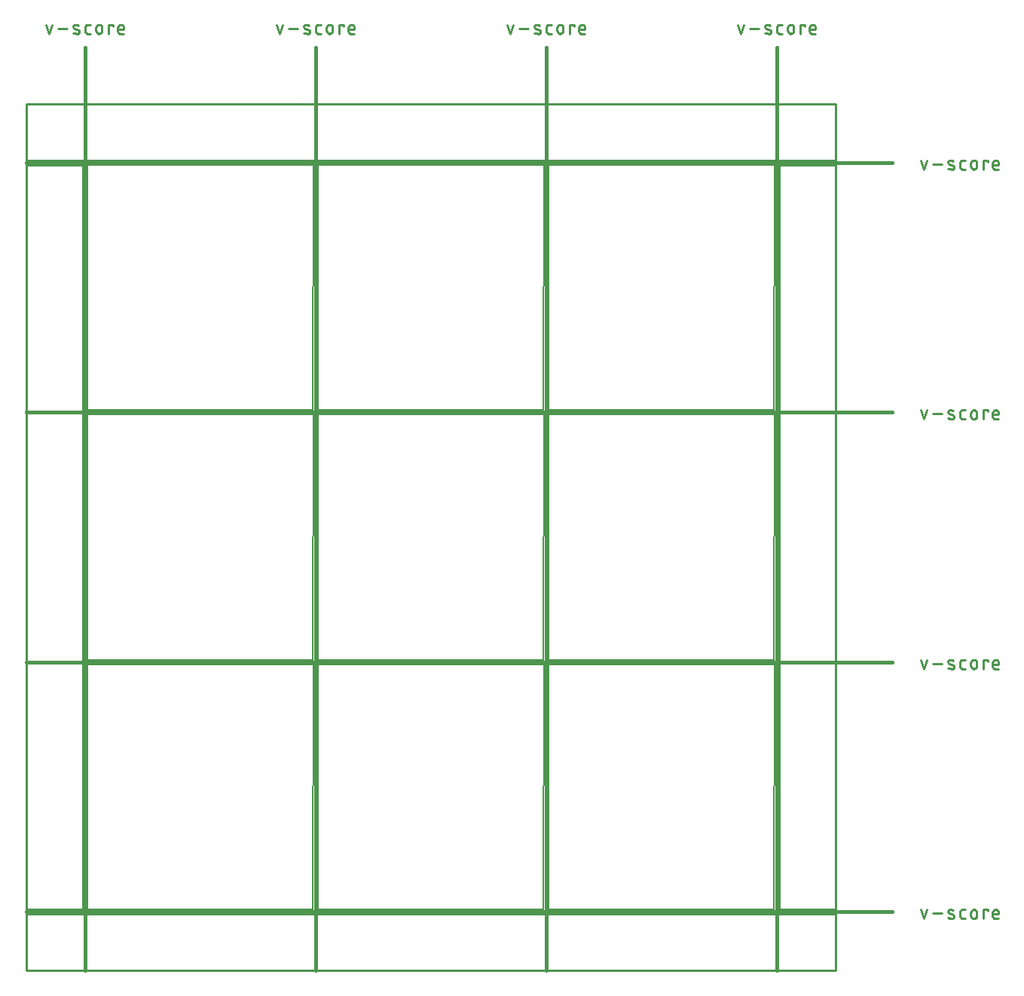
<source format=gko>
G75*
%MOIN*%
%OFA0B0*%
%FSLAX25Y25*%
%IPPOS*%
%LPD*%
%AMOC8*
5,1,8,0,0,1.08239X$1,22.5*
%
%ADD10C,0.00800*%
%ADD11C,0.01500*%
%ADD12C,0.01100*%
%ADD13C,0.01000*%
D10*
X0028750Y0028750D02*
X0028750Y0137250D01*
X0128750Y0137250D01*
X0128671Y0028750D01*
X0028750Y0028750D01*
X0130750Y0028750D02*
X0130750Y0137250D01*
X0230750Y0137250D01*
X0230671Y0028750D01*
X0130750Y0028750D01*
X0232750Y0028750D02*
X0232750Y0137250D01*
X0332750Y0137250D01*
X0332671Y0028750D01*
X0232750Y0028750D01*
X0232750Y0139250D02*
X0232750Y0247750D01*
X0332750Y0247750D01*
X0332671Y0139250D01*
X0232750Y0139250D01*
X0230671Y0139250D02*
X0230750Y0247750D01*
X0130750Y0247750D01*
X0130750Y0139250D01*
X0230671Y0139250D01*
X0128671Y0139250D02*
X0128750Y0247750D01*
X0028750Y0247750D01*
X0028750Y0139250D01*
X0128671Y0139250D01*
X0128671Y0249750D02*
X0028750Y0249750D01*
X0028750Y0358250D01*
X0128750Y0358250D01*
X0128671Y0249750D01*
X0130750Y0249750D02*
X0130750Y0358250D01*
X0230750Y0358250D01*
X0230671Y0249750D01*
X0130750Y0249750D01*
X0232750Y0249750D02*
X0232750Y0358250D01*
X0332750Y0358250D01*
X0332671Y0249750D01*
X0232750Y0249750D01*
D11*
X0384750Y0248750D02*
X0001750Y0248750D01*
X0001750Y0138250D02*
X0384750Y0138250D01*
X0384750Y0027750D02*
X0001750Y0027750D01*
X0027750Y0001750D02*
X0027750Y0410250D01*
X0001750Y0359250D02*
X0384750Y0359250D01*
X0333750Y0410250D02*
X0333750Y0001750D01*
X0231750Y0001750D02*
X0231750Y0410250D01*
X0129750Y0410250D02*
X0129750Y0001750D01*
D12*
X0397541Y0028733D02*
X0398852Y0024800D01*
X0400163Y0028733D01*
X0402834Y0027094D02*
X0406768Y0027094D01*
X0410136Y0027094D02*
X0411774Y0026439D01*
X0411775Y0026439D02*
X0411827Y0026416D01*
X0411878Y0026389D01*
X0411927Y0026359D01*
X0411974Y0026326D01*
X0412019Y0026290D01*
X0412061Y0026250D01*
X0412100Y0026208D01*
X0412136Y0026164D01*
X0412169Y0026117D01*
X0412199Y0026067D01*
X0412226Y0026016D01*
X0412249Y0025964D01*
X0412268Y0025910D01*
X0412284Y0025854D01*
X0412296Y0025798D01*
X0412304Y0025741D01*
X0412308Y0025684D01*
X0412309Y0025626D01*
X0412305Y0025569D01*
X0412298Y0025512D01*
X0412286Y0025455D01*
X0412271Y0025400D01*
X0412253Y0025345D01*
X0412230Y0025292D01*
X0412204Y0025241D01*
X0412175Y0025192D01*
X0412142Y0025144D01*
X0412106Y0025099D01*
X0412068Y0025057D01*
X0412026Y0025017D01*
X0411982Y0024980D01*
X0411935Y0024946D01*
X0411887Y0024915D01*
X0411836Y0024888D01*
X0411784Y0024864D01*
X0411730Y0024844D01*
X0411675Y0024828D01*
X0411619Y0024815D01*
X0411562Y0024806D01*
X0411504Y0024801D01*
X0411447Y0024800D01*
X0411938Y0028405D02*
X0411831Y0028451D01*
X0411722Y0028494D01*
X0411612Y0028534D01*
X0411500Y0028570D01*
X0411388Y0028602D01*
X0411274Y0028631D01*
X0411160Y0028657D01*
X0411045Y0028678D01*
X0410930Y0028697D01*
X0410813Y0028711D01*
X0410697Y0028722D01*
X0410580Y0028729D01*
X0410463Y0028733D01*
X0410463Y0028734D02*
X0410406Y0028733D01*
X0410348Y0028728D01*
X0410291Y0028719D01*
X0410235Y0028706D01*
X0410180Y0028690D01*
X0410126Y0028670D01*
X0410074Y0028646D01*
X0410023Y0028619D01*
X0409975Y0028588D01*
X0409928Y0028554D01*
X0409884Y0028517D01*
X0409842Y0028477D01*
X0409804Y0028435D01*
X0409768Y0028390D01*
X0409735Y0028342D01*
X0409706Y0028293D01*
X0409680Y0028242D01*
X0409657Y0028189D01*
X0409639Y0028134D01*
X0409624Y0028079D01*
X0409612Y0028022D01*
X0409605Y0027965D01*
X0409601Y0027908D01*
X0409602Y0027850D01*
X0409606Y0027793D01*
X0409614Y0027736D01*
X0409626Y0027680D01*
X0409642Y0027624D01*
X0409661Y0027570D01*
X0409684Y0027518D01*
X0409711Y0027467D01*
X0409741Y0027417D01*
X0409774Y0027370D01*
X0409810Y0027326D01*
X0409849Y0027284D01*
X0409891Y0027244D01*
X0409936Y0027208D01*
X0409983Y0027175D01*
X0410032Y0027145D01*
X0410083Y0027118D01*
X0410135Y0027095D01*
X0409644Y0025128D02*
X0409778Y0025082D01*
X0409913Y0025039D01*
X0410049Y0025000D01*
X0410186Y0024964D01*
X0410323Y0024932D01*
X0410462Y0024903D01*
X0410601Y0024877D01*
X0410741Y0024856D01*
X0410882Y0024837D01*
X0411022Y0024823D01*
X0411164Y0024812D01*
X0411305Y0024804D01*
X0411447Y0024801D01*
X0414988Y0025783D02*
X0414988Y0027750D01*
X0414990Y0027812D01*
X0414996Y0027873D01*
X0415005Y0027934D01*
X0415019Y0027994D01*
X0415036Y0028054D01*
X0415057Y0028112D01*
X0415082Y0028169D01*
X0415110Y0028224D01*
X0415141Y0028277D01*
X0415176Y0028328D01*
X0415214Y0028377D01*
X0415254Y0028423D01*
X0415298Y0028467D01*
X0415344Y0028507D01*
X0415393Y0028545D01*
X0415444Y0028580D01*
X0415497Y0028611D01*
X0415552Y0028639D01*
X0415609Y0028664D01*
X0415667Y0028685D01*
X0415727Y0028702D01*
X0415787Y0028716D01*
X0415848Y0028725D01*
X0415909Y0028731D01*
X0415971Y0028733D01*
X0417282Y0028733D01*
X0419695Y0027422D02*
X0419695Y0026111D01*
X0419696Y0026111D02*
X0419698Y0026040D01*
X0419704Y0025969D01*
X0419713Y0025899D01*
X0419727Y0025829D01*
X0419744Y0025760D01*
X0419765Y0025692D01*
X0419789Y0025626D01*
X0419817Y0025561D01*
X0419849Y0025497D01*
X0419884Y0025435D01*
X0419922Y0025375D01*
X0419963Y0025318D01*
X0420008Y0025262D01*
X0420055Y0025209D01*
X0420105Y0025159D01*
X0420158Y0025112D01*
X0420214Y0025067D01*
X0420271Y0025026D01*
X0420331Y0024988D01*
X0420393Y0024953D01*
X0420457Y0024921D01*
X0420522Y0024893D01*
X0420588Y0024869D01*
X0420656Y0024848D01*
X0420725Y0024831D01*
X0420795Y0024817D01*
X0420865Y0024808D01*
X0420936Y0024802D01*
X0421007Y0024800D01*
X0421078Y0024802D01*
X0421149Y0024808D01*
X0421219Y0024817D01*
X0421289Y0024831D01*
X0421358Y0024848D01*
X0421426Y0024869D01*
X0421492Y0024893D01*
X0421557Y0024921D01*
X0421621Y0024953D01*
X0421683Y0024988D01*
X0421743Y0025026D01*
X0421800Y0025067D01*
X0421856Y0025112D01*
X0421909Y0025159D01*
X0421959Y0025209D01*
X0422006Y0025262D01*
X0422051Y0025318D01*
X0422092Y0025375D01*
X0422130Y0025435D01*
X0422165Y0025497D01*
X0422197Y0025561D01*
X0422225Y0025626D01*
X0422249Y0025692D01*
X0422270Y0025760D01*
X0422287Y0025829D01*
X0422301Y0025899D01*
X0422310Y0025969D01*
X0422316Y0026040D01*
X0422318Y0026111D01*
X0422318Y0027422D01*
X0422316Y0027493D01*
X0422310Y0027564D01*
X0422301Y0027634D01*
X0422287Y0027704D01*
X0422270Y0027773D01*
X0422249Y0027841D01*
X0422225Y0027907D01*
X0422197Y0027972D01*
X0422165Y0028036D01*
X0422130Y0028098D01*
X0422092Y0028158D01*
X0422051Y0028215D01*
X0422006Y0028271D01*
X0421959Y0028324D01*
X0421909Y0028374D01*
X0421856Y0028421D01*
X0421800Y0028466D01*
X0421743Y0028507D01*
X0421683Y0028545D01*
X0421621Y0028580D01*
X0421557Y0028612D01*
X0421492Y0028640D01*
X0421426Y0028664D01*
X0421358Y0028685D01*
X0421289Y0028702D01*
X0421219Y0028716D01*
X0421149Y0028725D01*
X0421078Y0028731D01*
X0421007Y0028733D01*
X0420936Y0028731D01*
X0420865Y0028725D01*
X0420795Y0028716D01*
X0420725Y0028702D01*
X0420656Y0028685D01*
X0420588Y0028664D01*
X0420522Y0028640D01*
X0420457Y0028612D01*
X0420393Y0028580D01*
X0420331Y0028545D01*
X0420271Y0028507D01*
X0420214Y0028466D01*
X0420158Y0028421D01*
X0420105Y0028374D01*
X0420055Y0028324D01*
X0420008Y0028271D01*
X0419963Y0028215D01*
X0419922Y0028158D01*
X0419884Y0028098D01*
X0419849Y0028036D01*
X0419817Y0027972D01*
X0419789Y0027907D01*
X0419765Y0027841D01*
X0419744Y0027773D01*
X0419727Y0027704D01*
X0419713Y0027634D01*
X0419704Y0027564D01*
X0419698Y0027493D01*
X0419696Y0027422D01*
X0417282Y0024800D02*
X0415971Y0024800D01*
X0415909Y0024802D01*
X0415848Y0024808D01*
X0415787Y0024817D01*
X0415727Y0024831D01*
X0415667Y0024848D01*
X0415609Y0024869D01*
X0415552Y0024894D01*
X0415497Y0024922D01*
X0415444Y0024953D01*
X0415393Y0024988D01*
X0415344Y0025026D01*
X0415298Y0025066D01*
X0415254Y0025110D01*
X0415214Y0025156D01*
X0415176Y0025205D01*
X0415141Y0025256D01*
X0415110Y0025309D01*
X0415082Y0025364D01*
X0415057Y0025421D01*
X0415036Y0025479D01*
X0415019Y0025539D01*
X0415005Y0025599D01*
X0414996Y0025660D01*
X0414990Y0025721D01*
X0414988Y0025783D01*
X0425284Y0024800D02*
X0425284Y0028733D01*
X0427251Y0028733D01*
X0427251Y0028078D01*
X0429337Y0027422D02*
X0429337Y0025783D01*
X0429339Y0025721D01*
X0429345Y0025660D01*
X0429354Y0025599D01*
X0429368Y0025539D01*
X0429385Y0025479D01*
X0429406Y0025421D01*
X0429431Y0025364D01*
X0429459Y0025309D01*
X0429490Y0025256D01*
X0429525Y0025205D01*
X0429563Y0025156D01*
X0429603Y0025110D01*
X0429647Y0025066D01*
X0429693Y0025026D01*
X0429742Y0024988D01*
X0429793Y0024953D01*
X0429846Y0024922D01*
X0429901Y0024894D01*
X0429958Y0024869D01*
X0430016Y0024848D01*
X0430076Y0024831D01*
X0430136Y0024817D01*
X0430197Y0024808D01*
X0430258Y0024802D01*
X0430320Y0024800D01*
X0431959Y0024800D01*
X0431959Y0026767D02*
X0429337Y0026767D01*
X0429337Y0027422D02*
X0429339Y0027493D01*
X0429345Y0027564D01*
X0429354Y0027634D01*
X0429368Y0027704D01*
X0429385Y0027773D01*
X0429406Y0027841D01*
X0429430Y0027907D01*
X0429458Y0027972D01*
X0429490Y0028036D01*
X0429525Y0028098D01*
X0429563Y0028158D01*
X0429604Y0028215D01*
X0429649Y0028271D01*
X0429696Y0028324D01*
X0429746Y0028374D01*
X0429799Y0028421D01*
X0429855Y0028466D01*
X0429912Y0028507D01*
X0429972Y0028545D01*
X0430034Y0028580D01*
X0430098Y0028612D01*
X0430163Y0028640D01*
X0430229Y0028664D01*
X0430297Y0028685D01*
X0430366Y0028702D01*
X0430436Y0028716D01*
X0430506Y0028725D01*
X0430577Y0028731D01*
X0430648Y0028733D01*
X0430719Y0028731D01*
X0430790Y0028725D01*
X0430860Y0028716D01*
X0430930Y0028702D01*
X0430999Y0028685D01*
X0431067Y0028664D01*
X0431133Y0028640D01*
X0431198Y0028612D01*
X0431262Y0028580D01*
X0431324Y0028545D01*
X0431384Y0028507D01*
X0431441Y0028466D01*
X0431497Y0028421D01*
X0431550Y0028374D01*
X0431600Y0028324D01*
X0431647Y0028271D01*
X0431692Y0028215D01*
X0431733Y0028158D01*
X0431771Y0028098D01*
X0431806Y0028036D01*
X0431838Y0027972D01*
X0431866Y0027907D01*
X0431890Y0027841D01*
X0431911Y0027773D01*
X0431928Y0027704D01*
X0431942Y0027634D01*
X0431951Y0027564D01*
X0431957Y0027493D01*
X0431959Y0027422D01*
X0431959Y0026767D01*
X0431959Y0135300D02*
X0430320Y0135300D01*
X0430258Y0135302D01*
X0430197Y0135308D01*
X0430136Y0135317D01*
X0430076Y0135331D01*
X0430016Y0135348D01*
X0429958Y0135369D01*
X0429901Y0135394D01*
X0429846Y0135422D01*
X0429793Y0135453D01*
X0429742Y0135488D01*
X0429693Y0135526D01*
X0429647Y0135566D01*
X0429603Y0135610D01*
X0429563Y0135656D01*
X0429525Y0135705D01*
X0429490Y0135756D01*
X0429459Y0135809D01*
X0429431Y0135864D01*
X0429406Y0135921D01*
X0429385Y0135979D01*
X0429368Y0136039D01*
X0429354Y0136099D01*
X0429345Y0136160D01*
X0429339Y0136221D01*
X0429337Y0136283D01*
X0429337Y0137922D01*
X0429337Y0137267D02*
X0431959Y0137267D01*
X0431959Y0137922D01*
X0431957Y0137993D01*
X0431951Y0138064D01*
X0431942Y0138134D01*
X0431928Y0138204D01*
X0431911Y0138273D01*
X0431890Y0138341D01*
X0431866Y0138407D01*
X0431838Y0138472D01*
X0431806Y0138536D01*
X0431771Y0138598D01*
X0431733Y0138658D01*
X0431692Y0138715D01*
X0431647Y0138771D01*
X0431600Y0138824D01*
X0431550Y0138874D01*
X0431497Y0138921D01*
X0431441Y0138966D01*
X0431384Y0139007D01*
X0431324Y0139045D01*
X0431262Y0139080D01*
X0431198Y0139112D01*
X0431133Y0139140D01*
X0431067Y0139164D01*
X0430999Y0139185D01*
X0430930Y0139202D01*
X0430860Y0139216D01*
X0430790Y0139225D01*
X0430719Y0139231D01*
X0430648Y0139233D01*
X0430577Y0139231D01*
X0430506Y0139225D01*
X0430436Y0139216D01*
X0430366Y0139202D01*
X0430297Y0139185D01*
X0430229Y0139164D01*
X0430163Y0139140D01*
X0430098Y0139112D01*
X0430034Y0139080D01*
X0429972Y0139045D01*
X0429912Y0139007D01*
X0429855Y0138966D01*
X0429799Y0138921D01*
X0429746Y0138874D01*
X0429696Y0138824D01*
X0429649Y0138771D01*
X0429604Y0138715D01*
X0429563Y0138658D01*
X0429525Y0138598D01*
X0429490Y0138536D01*
X0429458Y0138472D01*
X0429430Y0138407D01*
X0429406Y0138341D01*
X0429385Y0138273D01*
X0429368Y0138204D01*
X0429354Y0138134D01*
X0429345Y0138064D01*
X0429339Y0137993D01*
X0429337Y0137922D01*
X0427251Y0138578D02*
X0427251Y0139233D01*
X0425284Y0139233D01*
X0425284Y0135300D01*
X0422318Y0136611D02*
X0422318Y0137922D01*
X0422316Y0137993D01*
X0422310Y0138064D01*
X0422301Y0138134D01*
X0422287Y0138204D01*
X0422270Y0138273D01*
X0422249Y0138341D01*
X0422225Y0138407D01*
X0422197Y0138472D01*
X0422165Y0138536D01*
X0422130Y0138598D01*
X0422092Y0138658D01*
X0422051Y0138715D01*
X0422006Y0138771D01*
X0421959Y0138824D01*
X0421909Y0138874D01*
X0421856Y0138921D01*
X0421800Y0138966D01*
X0421743Y0139007D01*
X0421683Y0139045D01*
X0421621Y0139080D01*
X0421557Y0139112D01*
X0421492Y0139140D01*
X0421426Y0139164D01*
X0421358Y0139185D01*
X0421289Y0139202D01*
X0421219Y0139216D01*
X0421149Y0139225D01*
X0421078Y0139231D01*
X0421007Y0139233D01*
X0420936Y0139231D01*
X0420865Y0139225D01*
X0420795Y0139216D01*
X0420725Y0139202D01*
X0420656Y0139185D01*
X0420588Y0139164D01*
X0420522Y0139140D01*
X0420457Y0139112D01*
X0420393Y0139080D01*
X0420331Y0139045D01*
X0420271Y0139007D01*
X0420214Y0138966D01*
X0420158Y0138921D01*
X0420105Y0138874D01*
X0420055Y0138824D01*
X0420008Y0138771D01*
X0419963Y0138715D01*
X0419922Y0138658D01*
X0419884Y0138598D01*
X0419849Y0138536D01*
X0419817Y0138472D01*
X0419789Y0138407D01*
X0419765Y0138341D01*
X0419744Y0138273D01*
X0419727Y0138204D01*
X0419713Y0138134D01*
X0419704Y0138064D01*
X0419698Y0137993D01*
X0419696Y0137922D01*
X0419695Y0137922D02*
X0419695Y0136611D01*
X0419696Y0136611D02*
X0419698Y0136540D01*
X0419704Y0136469D01*
X0419713Y0136399D01*
X0419727Y0136329D01*
X0419744Y0136260D01*
X0419765Y0136192D01*
X0419789Y0136126D01*
X0419817Y0136061D01*
X0419849Y0135997D01*
X0419884Y0135935D01*
X0419922Y0135875D01*
X0419963Y0135818D01*
X0420008Y0135762D01*
X0420055Y0135709D01*
X0420105Y0135659D01*
X0420158Y0135612D01*
X0420214Y0135567D01*
X0420271Y0135526D01*
X0420331Y0135488D01*
X0420393Y0135453D01*
X0420457Y0135421D01*
X0420522Y0135393D01*
X0420588Y0135369D01*
X0420656Y0135348D01*
X0420725Y0135331D01*
X0420795Y0135317D01*
X0420865Y0135308D01*
X0420936Y0135302D01*
X0421007Y0135300D01*
X0421078Y0135302D01*
X0421149Y0135308D01*
X0421219Y0135317D01*
X0421289Y0135331D01*
X0421358Y0135348D01*
X0421426Y0135369D01*
X0421492Y0135393D01*
X0421557Y0135421D01*
X0421621Y0135453D01*
X0421683Y0135488D01*
X0421743Y0135526D01*
X0421800Y0135567D01*
X0421856Y0135612D01*
X0421909Y0135659D01*
X0421959Y0135709D01*
X0422006Y0135762D01*
X0422051Y0135818D01*
X0422092Y0135875D01*
X0422130Y0135935D01*
X0422165Y0135997D01*
X0422197Y0136061D01*
X0422225Y0136126D01*
X0422249Y0136192D01*
X0422270Y0136260D01*
X0422287Y0136329D01*
X0422301Y0136399D01*
X0422310Y0136469D01*
X0422316Y0136540D01*
X0422318Y0136611D01*
X0417282Y0135300D02*
X0415971Y0135300D01*
X0415909Y0135302D01*
X0415848Y0135308D01*
X0415787Y0135317D01*
X0415727Y0135331D01*
X0415667Y0135348D01*
X0415609Y0135369D01*
X0415552Y0135394D01*
X0415497Y0135422D01*
X0415444Y0135453D01*
X0415393Y0135488D01*
X0415344Y0135526D01*
X0415298Y0135566D01*
X0415254Y0135610D01*
X0415214Y0135656D01*
X0415176Y0135705D01*
X0415141Y0135756D01*
X0415110Y0135809D01*
X0415082Y0135864D01*
X0415057Y0135921D01*
X0415036Y0135979D01*
X0415019Y0136039D01*
X0415005Y0136099D01*
X0414996Y0136160D01*
X0414990Y0136221D01*
X0414988Y0136283D01*
X0414988Y0138250D01*
X0414990Y0138312D01*
X0414996Y0138373D01*
X0415005Y0138434D01*
X0415019Y0138494D01*
X0415036Y0138554D01*
X0415057Y0138612D01*
X0415082Y0138669D01*
X0415110Y0138724D01*
X0415141Y0138777D01*
X0415176Y0138828D01*
X0415214Y0138877D01*
X0415254Y0138923D01*
X0415298Y0138967D01*
X0415344Y0139007D01*
X0415393Y0139045D01*
X0415444Y0139080D01*
X0415497Y0139111D01*
X0415552Y0139139D01*
X0415609Y0139164D01*
X0415667Y0139185D01*
X0415727Y0139202D01*
X0415787Y0139216D01*
X0415848Y0139225D01*
X0415909Y0139231D01*
X0415971Y0139233D01*
X0417282Y0139233D01*
X0411774Y0136939D02*
X0410136Y0137594D01*
X0410135Y0137595D02*
X0410083Y0137618D01*
X0410032Y0137645D01*
X0409983Y0137675D01*
X0409936Y0137708D01*
X0409891Y0137744D01*
X0409849Y0137784D01*
X0409810Y0137826D01*
X0409774Y0137870D01*
X0409741Y0137917D01*
X0409711Y0137967D01*
X0409684Y0138018D01*
X0409661Y0138070D01*
X0409642Y0138124D01*
X0409626Y0138180D01*
X0409614Y0138236D01*
X0409606Y0138293D01*
X0409602Y0138350D01*
X0409601Y0138408D01*
X0409605Y0138465D01*
X0409612Y0138522D01*
X0409624Y0138579D01*
X0409639Y0138634D01*
X0409657Y0138689D01*
X0409680Y0138742D01*
X0409706Y0138793D01*
X0409735Y0138842D01*
X0409768Y0138890D01*
X0409804Y0138935D01*
X0409842Y0138977D01*
X0409884Y0139017D01*
X0409928Y0139054D01*
X0409975Y0139088D01*
X0410023Y0139119D01*
X0410074Y0139146D01*
X0410126Y0139170D01*
X0410180Y0139190D01*
X0410235Y0139206D01*
X0410291Y0139219D01*
X0410348Y0139228D01*
X0410406Y0139233D01*
X0410463Y0139234D01*
X0409644Y0135628D02*
X0409778Y0135582D01*
X0409913Y0135539D01*
X0410049Y0135500D01*
X0410186Y0135464D01*
X0410323Y0135432D01*
X0410462Y0135403D01*
X0410601Y0135377D01*
X0410741Y0135356D01*
X0410882Y0135337D01*
X0411022Y0135323D01*
X0411164Y0135312D01*
X0411305Y0135304D01*
X0411447Y0135301D01*
X0411447Y0135300D02*
X0411504Y0135301D01*
X0411562Y0135306D01*
X0411619Y0135315D01*
X0411675Y0135328D01*
X0411730Y0135344D01*
X0411784Y0135364D01*
X0411836Y0135388D01*
X0411887Y0135415D01*
X0411935Y0135446D01*
X0411982Y0135480D01*
X0412026Y0135517D01*
X0412068Y0135557D01*
X0412106Y0135599D01*
X0412142Y0135644D01*
X0412175Y0135692D01*
X0412204Y0135741D01*
X0412230Y0135792D01*
X0412253Y0135845D01*
X0412271Y0135900D01*
X0412286Y0135955D01*
X0412298Y0136012D01*
X0412305Y0136069D01*
X0412309Y0136126D01*
X0412308Y0136184D01*
X0412304Y0136241D01*
X0412296Y0136298D01*
X0412284Y0136354D01*
X0412268Y0136410D01*
X0412249Y0136464D01*
X0412226Y0136516D01*
X0412199Y0136567D01*
X0412169Y0136617D01*
X0412136Y0136664D01*
X0412100Y0136708D01*
X0412061Y0136750D01*
X0412019Y0136790D01*
X0411974Y0136826D01*
X0411927Y0136859D01*
X0411878Y0136889D01*
X0411827Y0136916D01*
X0411775Y0136939D01*
X0411938Y0138905D02*
X0411831Y0138951D01*
X0411722Y0138994D01*
X0411612Y0139034D01*
X0411500Y0139070D01*
X0411388Y0139102D01*
X0411274Y0139131D01*
X0411160Y0139157D01*
X0411045Y0139178D01*
X0410930Y0139197D01*
X0410813Y0139211D01*
X0410697Y0139222D01*
X0410580Y0139229D01*
X0410463Y0139233D01*
X0406768Y0137594D02*
X0402834Y0137594D01*
X0400163Y0139233D02*
X0398852Y0135300D01*
X0397541Y0139233D01*
X0398852Y0245800D02*
X0400163Y0249733D01*
X0397541Y0249733D02*
X0398852Y0245800D01*
X0402834Y0248094D02*
X0406768Y0248094D01*
X0410136Y0248094D02*
X0411774Y0247439D01*
X0411775Y0247439D02*
X0411827Y0247416D01*
X0411878Y0247389D01*
X0411927Y0247359D01*
X0411974Y0247326D01*
X0412019Y0247290D01*
X0412061Y0247250D01*
X0412100Y0247208D01*
X0412136Y0247164D01*
X0412169Y0247117D01*
X0412199Y0247067D01*
X0412226Y0247016D01*
X0412249Y0246964D01*
X0412268Y0246910D01*
X0412284Y0246854D01*
X0412296Y0246798D01*
X0412304Y0246741D01*
X0412308Y0246684D01*
X0412309Y0246626D01*
X0412305Y0246569D01*
X0412298Y0246512D01*
X0412286Y0246455D01*
X0412271Y0246400D01*
X0412253Y0246345D01*
X0412230Y0246292D01*
X0412204Y0246241D01*
X0412175Y0246192D01*
X0412142Y0246144D01*
X0412106Y0246099D01*
X0412068Y0246057D01*
X0412026Y0246017D01*
X0411982Y0245980D01*
X0411935Y0245946D01*
X0411887Y0245915D01*
X0411836Y0245888D01*
X0411784Y0245864D01*
X0411730Y0245844D01*
X0411675Y0245828D01*
X0411619Y0245815D01*
X0411562Y0245806D01*
X0411504Y0245801D01*
X0411447Y0245800D01*
X0411938Y0249405D02*
X0411831Y0249451D01*
X0411722Y0249494D01*
X0411612Y0249534D01*
X0411500Y0249570D01*
X0411388Y0249602D01*
X0411274Y0249631D01*
X0411160Y0249657D01*
X0411045Y0249678D01*
X0410930Y0249697D01*
X0410813Y0249711D01*
X0410697Y0249722D01*
X0410580Y0249729D01*
X0410463Y0249733D01*
X0410463Y0249734D02*
X0410406Y0249733D01*
X0410348Y0249728D01*
X0410291Y0249719D01*
X0410235Y0249706D01*
X0410180Y0249690D01*
X0410126Y0249670D01*
X0410074Y0249646D01*
X0410023Y0249619D01*
X0409975Y0249588D01*
X0409928Y0249554D01*
X0409884Y0249517D01*
X0409842Y0249477D01*
X0409804Y0249435D01*
X0409768Y0249390D01*
X0409735Y0249342D01*
X0409706Y0249293D01*
X0409680Y0249242D01*
X0409657Y0249189D01*
X0409639Y0249134D01*
X0409624Y0249079D01*
X0409612Y0249022D01*
X0409605Y0248965D01*
X0409601Y0248908D01*
X0409602Y0248850D01*
X0409606Y0248793D01*
X0409614Y0248736D01*
X0409626Y0248680D01*
X0409642Y0248624D01*
X0409661Y0248570D01*
X0409684Y0248518D01*
X0409711Y0248467D01*
X0409741Y0248417D01*
X0409774Y0248370D01*
X0409810Y0248326D01*
X0409849Y0248284D01*
X0409891Y0248244D01*
X0409936Y0248208D01*
X0409983Y0248175D01*
X0410032Y0248145D01*
X0410083Y0248118D01*
X0410135Y0248095D01*
X0409644Y0246128D02*
X0409778Y0246082D01*
X0409913Y0246039D01*
X0410049Y0246000D01*
X0410186Y0245964D01*
X0410323Y0245932D01*
X0410462Y0245903D01*
X0410601Y0245877D01*
X0410741Y0245856D01*
X0410882Y0245837D01*
X0411022Y0245823D01*
X0411164Y0245812D01*
X0411305Y0245804D01*
X0411447Y0245801D01*
X0414988Y0246783D02*
X0414988Y0248750D01*
X0414990Y0248812D01*
X0414996Y0248873D01*
X0415005Y0248934D01*
X0415019Y0248994D01*
X0415036Y0249054D01*
X0415057Y0249112D01*
X0415082Y0249169D01*
X0415110Y0249224D01*
X0415141Y0249277D01*
X0415176Y0249328D01*
X0415214Y0249377D01*
X0415254Y0249423D01*
X0415298Y0249467D01*
X0415344Y0249507D01*
X0415393Y0249545D01*
X0415444Y0249580D01*
X0415497Y0249611D01*
X0415552Y0249639D01*
X0415609Y0249664D01*
X0415667Y0249685D01*
X0415727Y0249702D01*
X0415787Y0249716D01*
X0415848Y0249725D01*
X0415909Y0249731D01*
X0415971Y0249733D01*
X0417282Y0249733D01*
X0419695Y0248422D02*
X0419695Y0247111D01*
X0419696Y0247111D02*
X0419698Y0247040D01*
X0419704Y0246969D01*
X0419713Y0246899D01*
X0419727Y0246829D01*
X0419744Y0246760D01*
X0419765Y0246692D01*
X0419789Y0246626D01*
X0419817Y0246561D01*
X0419849Y0246497D01*
X0419884Y0246435D01*
X0419922Y0246375D01*
X0419963Y0246318D01*
X0420008Y0246262D01*
X0420055Y0246209D01*
X0420105Y0246159D01*
X0420158Y0246112D01*
X0420214Y0246067D01*
X0420271Y0246026D01*
X0420331Y0245988D01*
X0420393Y0245953D01*
X0420457Y0245921D01*
X0420522Y0245893D01*
X0420588Y0245869D01*
X0420656Y0245848D01*
X0420725Y0245831D01*
X0420795Y0245817D01*
X0420865Y0245808D01*
X0420936Y0245802D01*
X0421007Y0245800D01*
X0421078Y0245802D01*
X0421149Y0245808D01*
X0421219Y0245817D01*
X0421289Y0245831D01*
X0421358Y0245848D01*
X0421426Y0245869D01*
X0421492Y0245893D01*
X0421557Y0245921D01*
X0421621Y0245953D01*
X0421683Y0245988D01*
X0421743Y0246026D01*
X0421800Y0246067D01*
X0421856Y0246112D01*
X0421909Y0246159D01*
X0421959Y0246209D01*
X0422006Y0246262D01*
X0422051Y0246318D01*
X0422092Y0246375D01*
X0422130Y0246435D01*
X0422165Y0246497D01*
X0422197Y0246561D01*
X0422225Y0246626D01*
X0422249Y0246692D01*
X0422270Y0246760D01*
X0422287Y0246829D01*
X0422301Y0246899D01*
X0422310Y0246969D01*
X0422316Y0247040D01*
X0422318Y0247111D01*
X0422318Y0248422D01*
X0422316Y0248493D01*
X0422310Y0248564D01*
X0422301Y0248634D01*
X0422287Y0248704D01*
X0422270Y0248773D01*
X0422249Y0248841D01*
X0422225Y0248907D01*
X0422197Y0248972D01*
X0422165Y0249036D01*
X0422130Y0249098D01*
X0422092Y0249158D01*
X0422051Y0249215D01*
X0422006Y0249271D01*
X0421959Y0249324D01*
X0421909Y0249374D01*
X0421856Y0249421D01*
X0421800Y0249466D01*
X0421743Y0249507D01*
X0421683Y0249545D01*
X0421621Y0249580D01*
X0421557Y0249612D01*
X0421492Y0249640D01*
X0421426Y0249664D01*
X0421358Y0249685D01*
X0421289Y0249702D01*
X0421219Y0249716D01*
X0421149Y0249725D01*
X0421078Y0249731D01*
X0421007Y0249733D01*
X0420936Y0249731D01*
X0420865Y0249725D01*
X0420795Y0249716D01*
X0420725Y0249702D01*
X0420656Y0249685D01*
X0420588Y0249664D01*
X0420522Y0249640D01*
X0420457Y0249612D01*
X0420393Y0249580D01*
X0420331Y0249545D01*
X0420271Y0249507D01*
X0420214Y0249466D01*
X0420158Y0249421D01*
X0420105Y0249374D01*
X0420055Y0249324D01*
X0420008Y0249271D01*
X0419963Y0249215D01*
X0419922Y0249158D01*
X0419884Y0249098D01*
X0419849Y0249036D01*
X0419817Y0248972D01*
X0419789Y0248907D01*
X0419765Y0248841D01*
X0419744Y0248773D01*
X0419727Y0248704D01*
X0419713Y0248634D01*
X0419704Y0248564D01*
X0419698Y0248493D01*
X0419696Y0248422D01*
X0417282Y0245800D02*
X0415971Y0245800D01*
X0415909Y0245802D01*
X0415848Y0245808D01*
X0415787Y0245817D01*
X0415727Y0245831D01*
X0415667Y0245848D01*
X0415609Y0245869D01*
X0415552Y0245894D01*
X0415497Y0245922D01*
X0415444Y0245953D01*
X0415393Y0245988D01*
X0415344Y0246026D01*
X0415298Y0246066D01*
X0415254Y0246110D01*
X0415214Y0246156D01*
X0415176Y0246205D01*
X0415141Y0246256D01*
X0415110Y0246309D01*
X0415082Y0246364D01*
X0415057Y0246421D01*
X0415036Y0246479D01*
X0415019Y0246539D01*
X0415005Y0246599D01*
X0414996Y0246660D01*
X0414990Y0246721D01*
X0414988Y0246783D01*
X0425284Y0245800D02*
X0425284Y0249733D01*
X0427251Y0249733D01*
X0427251Y0249078D01*
X0429337Y0248422D02*
X0429337Y0246783D01*
X0429339Y0246721D01*
X0429345Y0246660D01*
X0429354Y0246599D01*
X0429368Y0246539D01*
X0429385Y0246479D01*
X0429406Y0246421D01*
X0429431Y0246364D01*
X0429459Y0246309D01*
X0429490Y0246256D01*
X0429525Y0246205D01*
X0429563Y0246156D01*
X0429603Y0246110D01*
X0429647Y0246066D01*
X0429693Y0246026D01*
X0429742Y0245988D01*
X0429793Y0245953D01*
X0429846Y0245922D01*
X0429901Y0245894D01*
X0429958Y0245869D01*
X0430016Y0245848D01*
X0430076Y0245831D01*
X0430136Y0245817D01*
X0430197Y0245808D01*
X0430258Y0245802D01*
X0430320Y0245800D01*
X0431959Y0245800D01*
X0431959Y0247767D02*
X0429337Y0247767D01*
X0429337Y0248422D02*
X0429339Y0248493D01*
X0429345Y0248564D01*
X0429354Y0248634D01*
X0429368Y0248704D01*
X0429385Y0248773D01*
X0429406Y0248841D01*
X0429430Y0248907D01*
X0429458Y0248972D01*
X0429490Y0249036D01*
X0429525Y0249098D01*
X0429563Y0249158D01*
X0429604Y0249215D01*
X0429649Y0249271D01*
X0429696Y0249324D01*
X0429746Y0249374D01*
X0429799Y0249421D01*
X0429855Y0249466D01*
X0429912Y0249507D01*
X0429972Y0249545D01*
X0430034Y0249580D01*
X0430098Y0249612D01*
X0430163Y0249640D01*
X0430229Y0249664D01*
X0430297Y0249685D01*
X0430366Y0249702D01*
X0430436Y0249716D01*
X0430506Y0249725D01*
X0430577Y0249731D01*
X0430648Y0249733D01*
X0430719Y0249731D01*
X0430790Y0249725D01*
X0430860Y0249716D01*
X0430930Y0249702D01*
X0430999Y0249685D01*
X0431067Y0249664D01*
X0431133Y0249640D01*
X0431198Y0249612D01*
X0431262Y0249580D01*
X0431324Y0249545D01*
X0431384Y0249507D01*
X0431441Y0249466D01*
X0431497Y0249421D01*
X0431550Y0249374D01*
X0431600Y0249324D01*
X0431647Y0249271D01*
X0431692Y0249215D01*
X0431733Y0249158D01*
X0431771Y0249098D01*
X0431806Y0249036D01*
X0431838Y0248972D01*
X0431866Y0248907D01*
X0431890Y0248841D01*
X0431911Y0248773D01*
X0431928Y0248704D01*
X0431942Y0248634D01*
X0431951Y0248564D01*
X0431957Y0248493D01*
X0431959Y0248422D01*
X0431959Y0247767D01*
X0431959Y0356300D02*
X0430320Y0356300D01*
X0430258Y0356302D01*
X0430197Y0356308D01*
X0430136Y0356317D01*
X0430076Y0356331D01*
X0430016Y0356348D01*
X0429958Y0356369D01*
X0429901Y0356394D01*
X0429846Y0356422D01*
X0429793Y0356453D01*
X0429742Y0356488D01*
X0429693Y0356526D01*
X0429647Y0356566D01*
X0429603Y0356610D01*
X0429563Y0356656D01*
X0429525Y0356705D01*
X0429490Y0356756D01*
X0429459Y0356809D01*
X0429431Y0356864D01*
X0429406Y0356921D01*
X0429385Y0356979D01*
X0429368Y0357039D01*
X0429354Y0357099D01*
X0429345Y0357160D01*
X0429339Y0357221D01*
X0429337Y0357283D01*
X0429337Y0358922D01*
X0429337Y0358267D02*
X0431959Y0358267D01*
X0431959Y0358922D01*
X0431957Y0358993D01*
X0431951Y0359064D01*
X0431942Y0359134D01*
X0431928Y0359204D01*
X0431911Y0359273D01*
X0431890Y0359341D01*
X0431866Y0359407D01*
X0431838Y0359472D01*
X0431806Y0359536D01*
X0431771Y0359598D01*
X0431733Y0359658D01*
X0431692Y0359715D01*
X0431647Y0359771D01*
X0431600Y0359824D01*
X0431550Y0359874D01*
X0431497Y0359921D01*
X0431441Y0359966D01*
X0431384Y0360007D01*
X0431324Y0360045D01*
X0431262Y0360080D01*
X0431198Y0360112D01*
X0431133Y0360140D01*
X0431067Y0360164D01*
X0430999Y0360185D01*
X0430930Y0360202D01*
X0430860Y0360216D01*
X0430790Y0360225D01*
X0430719Y0360231D01*
X0430648Y0360233D01*
X0430577Y0360231D01*
X0430506Y0360225D01*
X0430436Y0360216D01*
X0430366Y0360202D01*
X0430297Y0360185D01*
X0430229Y0360164D01*
X0430163Y0360140D01*
X0430098Y0360112D01*
X0430034Y0360080D01*
X0429972Y0360045D01*
X0429912Y0360007D01*
X0429855Y0359966D01*
X0429799Y0359921D01*
X0429746Y0359874D01*
X0429696Y0359824D01*
X0429649Y0359771D01*
X0429604Y0359715D01*
X0429563Y0359658D01*
X0429525Y0359598D01*
X0429490Y0359536D01*
X0429458Y0359472D01*
X0429430Y0359407D01*
X0429406Y0359341D01*
X0429385Y0359273D01*
X0429368Y0359204D01*
X0429354Y0359134D01*
X0429345Y0359064D01*
X0429339Y0358993D01*
X0429337Y0358922D01*
X0427251Y0359578D02*
X0427251Y0360233D01*
X0425284Y0360233D01*
X0425284Y0356300D01*
X0422318Y0357611D02*
X0422318Y0358922D01*
X0422316Y0358993D01*
X0422310Y0359064D01*
X0422301Y0359134D01*
X0422287Y0359204D01*
X0422270Y0359273D01*
X0422249Y0359341D01*
X0422225Y0359407D01*
X0422197Y0359472D01*
X0422165Y0359536D01*
X0422130Y0359598D01*
X0422092Y0359658D01*
X0422051Y0359715D01*
X0422006Y0359771D01*
X0421959Y0359824D01*
X0421909Y0359874D01*
X0421856Y0359921D01*
X0421800Y0359966D01*
X0421743Y0360007D01*
X0421683Y0360045D01*
X0421621Y0360080D01*
X0421557Y0360112D01*
X0421492Y0360140D01*
X0421426Y0360164D01*
X0421358Y0360185D01*
X0421289Y0360202D01*
X0421219Y0360216D01*
X0421149Y0360225D01*
X0421078Y0360231D01*
X0421007Y0360233D01*
X0420936Y0360231D01*
X0420865Y0360225D01*
X0420795Y0360216D01*
X0420725Y0360202D01*
X0420656Y0360185D01*
X0420588Y0360164D01*
X0420522Y0360140D01*
X0420457Y0360112D01*
X0420393Y0360080D01*
X0420331Y0360045D01*
X0420271Y0360007D01*
X0420214Y0359966D01*
X0420158Y0359921D01*
X0420105Y0359874D01*
X0420055Y0359824D01*
X0420008Y0359771D01*
X0419963Y0359715D01*
X0419922Y0359658D01*
X0419884Y0359598D01*
X0419849Y0359536D01*
X0419817Y0359472D01*
X0419789Y0359407D01*
X0419765Y0359341D01*
X0419744Y0359273D01*
X0419727Y0359204D01*
X0419713Y0359134D01*
X0419704Y0359064D01*
X0419698Y0358993D01*
X0419696Y0358922D01*
X0419695Y0358922D02*
X0419695Y0357611D01*
X0419696Y0357611D02*
X0419698Y0357540D01*
X0419704Y0357469D01*
X0419713Y0357399D01*
X0419727Y0357329D01*
X0419744Y0357260D01*
X0419765Y0357192D01*
X0419789Y0357126D01*
X0419817Y0357061D01*
X0419849Y0356997D01*
X0419884Y0356935D01*
X0419922Y0356875D01*
X0419963Y0356818D01*
X0420008Y0356762D01*
X0420055Y0356709D01*
X0420105Y0356659D01*
X0420158Y0356612D01*
X0420214Y0356567D01*
X0420271Y0356526D01*
X0420331Y0356488D01*
X0420393Y0356453D01*
X0420457Y0356421D01*
X0420522Y0356393D01*
X0420588Y0356369D01*
X0420656Y0356348D01*
X0420725Y0356331D01*
X0420795Y0356317D01*
X0420865Y0356308D01*
X0420936Y0356302D01*
X0421007Y0356300D01*
X0421078Y0356302D01*
X0421149Y0356308D01*
X0421219Y0356317D01*
X0421289Y0356331D01*
X0421358Y0356348D01*
X0421426Y0356369D01*
X0421492Y0356393D01*
X0421557Y0356421D01*
X0421621Y0356453D01*
X0421683Y0356488D01*
X0421743Y0356526D01*
X0421800Y0356567D01*
X0421856Y0356612D01*
X0421909Y0356659D01*
X0421959Y0356709D01*
X0422006Y0356762D01*
X0422051Y0356818D01*
X0422092Y0356875D01*
X0422130Y0356935D01*
X0422165Y0356997D01*
X0422197Y0357061D01*
X0422225Y0357126D01*
X0422249Y0357192D01*
X0422270Y0357260D01*
X0422287Y0357329D01*
X0422301Y0357399D01*
X0422310Y0357469D01*
X0422316Y0357540D01*
X0422318Y0357611D01*
X0417282Y0356300D02*
X0415971Y0356300D01*
X0415909Y0356302D01*
X0415848Y0356308D01*
X0415787Y0356317D01*
X0415727Y0356331D01*
X0415667Y0356348D01*
X0415609Y0356369D01*
X0415552Y0356394D01*
X0415497Y0356422D01*
X0415444Y0356453D01*
X0415393Y0356488D01*
X0415344Y0356526D01*
X0415298Y0356566D01*
X0415254Y0356610D01*
X0415214Y0356656D01*
X0415176Y0356705D01*
X0415141Y0356756D01*
X0415110Y0356809D01*
X0415082Y0356864D01*
X0415057Y0356921D01*
X0415036Y0356979D01*
X0415019Y0357039D01*
X0415005Y0357099D01*
X0414996Y0357160D01*
X0414990Y0357221D01*
X0414988Y0357283D01*
X0414988Y0359250D01*
X0414990Y0359312D01*
X0414996Y0359373D01*
X0415005Y0359434D01*
X0415019Y0359494D01*
X0415036Y0359554D01*
X0415057Y0359612D01*
X0415082Y0359669D01*
X0415110Y0359724D01*
X0415141Y0359777D01*
X0415176Y0359828D01*
X0415214Y0359877D01*
X0415254Y0359923D01*
X0415298Y0359967D01*
X0415344Y0360007D01*
X0415393Y0360045D01*
X0415444Y0360080D01*
X0415497Y0360111D01*
X0415552Y0360139D01*
X0415609Y0360164D01*
X0415667Y0360185D01*
X0415727Y0360202D01*
X0415787Y0360216D01*
X0415848Y0360225D01*
X0415909Y0360231D01*
X0415971Y0360233D01*
X0417282Y0360233D01*
X0411774Y0357939D02*
X0410136Y0358594D01*
X0410135Y0358595D02*
X0410083Y0358618D01*
X0410032Y0358645D01*
X0409983Y0358675D01*
X0409936Y0358708D01*
X0409891Y0358744D01*
X0409849Y0358784D01*
X0409810Y0358826D01*
X0409774Y0358870D01*
X0409741Y0358917D01*
X0409711Y0358967D01*
X0409684Y0359018D01*
X0409661Y0359070D01*
X0409642Y0359124D01*
X0409626Y0359180D01*
X0409614Y0359236D01*
X0409606Y0359293D01*
X0409602Y0359350D01*
X0409601Y0359408D01*
X0409605Y0359465D01*
X0409612Y0359522D01*
X0409624Y0359579D01*
X0409639Y0359634D01*
X0409657Y0359689D01*
X0409680Y0359742D01*
X0409706Y0359793D01*
X0409735Y0359842D01*
X0409768Y0359890D01*
X0409804Y0359935D01*
X0409842Y0359977D01*
X0409884Y0360017D01*
X0409928Y0360054D01*
X0409975Y0360088D01*
X0410023Y0360119D01*
X0410074Y0360146D01*
X0410126Y0360170D01*
X0410180Y0360190D01*
X0410235Y0360206D01*
X0410291Y0360219D01*
X0410348Y0360228D01*
X0410406Y0360233D01*
X0410463Y0360234D01*
X0409644Y0356628D02*
X0409778Y0356582D01*
X0409913Y0356539D01*
X0410049Y0356500D01*
X0410186Y0356464D01*
X0410323Y0356432D01*
X0410462Y0356403D01*
X0410601Y0356377D01*
X0410741Y0356356D01*
X0410882Y0356337D01*
X0411022Y0356323D01*
X0411164Y0356312D01*
X0411305Y0356304D01*
X0411447Y0356301D01*
X0411447Y0356300D02*
X0411504Y0356301D01*
X0411562Y0356306D01*
X0411619Y0356315D01*
X0411675Y0356328D01*
X0411730Y0356344D01*
X0411784Y0356364D01*
X0411836Y0356388D01*
X0411887Y0356415D01*
X0411935Y0356446D01*
X0411982Y0356480D01*
X0412026Y0356517D01*
X0412068Y0356557D01*
X0412106Y0356599D01*
X0412142Y0356644D01*
X0412175Y0356692D01*
X0412204Y0356741D01*
X0412230Y0356792D01*
X0412253Y0356845D01*
X0412271Y0356900D01*
X0412286Y0356955D01*
X0412298Y0357012D01*
X0412305Y0357069D01*
X0412309Y0357126D01*
X0412308Y0357184D01*
X0412304Y0357241D01*
X0412296Y0357298D01*
X0412284Y0357354D01*
X0412268Y0357410D01*
X0412249Y0357464D01*
X0412226Y0357516D01*
X0412199Y0357567D01*
X0412169Y0357617D01*
X0412136Y0357664D01*
X0412100Y0357708D01*
X0412061Y0357750D01*
X0412019Y0357790D01*
X0411974Y0357826D01*
X0411927Y0357859D01*
X0411878Y0357889D01*
X0411827Y0357916D01*
X0411775Y0357939D01*
X0411938Y0359905D02*
X0411831Y0359951D01*
X0411722Y0359994D01*
X0411612Y0360034D01*
X0411500Y0360070D01*
X0411388Y0360102D01*
X0411274Y0360131D01*
X0411160Y0360157D01*
X0411045Y0360178D01*
X0410930Y0360197D01*
X0410813Y0360211D01*
X0410697Y0360222D01*
X0410580Y0360229D01*
X0410463Y0360233D01*
X0406768Y0358594D02*
X0402834Y0358594D01*
X0400163Y0360233D02*
X0398852Y0356300D01*
X0397541Y0360233D01*
X0350959Y0416300D02*
X0349320Y0416300D01*
X0349258Y0416302D01*
X0349197Y0416308D01*
X0349136Y0416317D01*
X0349076Y0416331D01*
X0349016Y0416348D01*
X0348958Y0416369D01*
X0348901Y0416394D01*
X0348846Y0416422D01*
X0348793Y0416453D01*
X0348742Y0416488D01*
X0348693Y0416526D01*
X0348647Y0416566D01*
X0348603Y0416610D01*
X0348563Y0416656D01*
X0348525Y0416705D01*
X0348490Y0416756D01*
X0348459Y0416809D01*
X0348431Y0416864D01*
X0348406Y0416921D01*
X0348385Y0416979D01*
X0348368Y0417039D01*
X0348354Y0417099D01*
X0348345Y0417160D01*
X0348339Y0417221D01*
X0348337Y0417283D01*
X0348337Y0418922D01*
X0348337Y0418267D02*
X0350959Y0418267D01*
X0350959Y0418922D01*
X0350957Y0418993D01*
X0350951Y0419064D01*
X0350942Y0419134D01*
X0350928Y0419204D01*
X0350911Y0419273D01*
X0350890Y0419341D01*
X0350866Y0419407D01*
X0350838Y0419472D01*
X0350806Y0419536D01*
X0350771Y0419598D01*
X0350733Y0419658D01*
X0350692Y0419715D01*
X0350647Y0419771D01*
X0350600Y0419824D01*
X0350550Y0419874D01*
X0350497Y0419921D01*
X0350441Y0419966D01*
X0350384Y0420007D01*
X0350324Y0420045D01*
X0350262Y0420080D01*
X0350198Y0420112D01*
X0350133Y0420140D01*
X0350067Y0420164D01*
X0349999Y0420185D01*
X0349930Y0420202D01*
X0349860Y0420216D01*
X0349790Y0420225D01*
X0349719Y0420231D01*
X0349648Y0420233D01*
X0349577Y0420231D01*
X0349506Y0420225D01*
X0349436Y0420216D01*
X0349366Y0420202D01*
X0349297Y0420185D01*
X0349229Y0420164D01*
X0349163Y0420140D01*
X0349098Y0420112D01*
X0349034Y0420080D01*
X0348972Y0420045D01*
X0348912Y0420007D01*
X0348855Y0419966D01*
X0348799Y0419921D01*
X0348746Y0419874D01*
X0348696Y0419824D01*
X0348649Y0419771D01*
X0348604Y0419715D01*
X0348563Y0419658D01*
X0348525Y0419598D01*
X0348490Y0419536D01*
X0348458Y0419472D01*
X0348430Y0419407D01*
X0348406Y0419341D01*
X0348385Y0419273D01*
X0348368Y0419204D01*
X0348354Y0419134D01*
X0348345Y0419064D01*
X0348339Y0418993D01*
X0348337Y0418922D01*
X0346251Y0419578D02*
X0346251Y0420233D01*
X0344284Y0420233D01*
X0344284Y0416300D01*
X0341318Y0417611D02*
X0341318Y0418922D01*
X0341316Y0418993D01*
X0341310Y0419064D01*
X0341301Y0419134D01*
X0341287Y0419204D01*
X0341270Y0419273D01*
X0341249Y0419341D01*
X0341225Y0419407D01*
X0341197Y0419472D01*
X0341165Y0419536D01*
X0341130Y0419598D01*
X0341092Y0419658D01*
X0341051Y0419715D01*
X0341006Y0419771D01*
X0340959Y0419824D01*
X0340909Y0419874D01*
X0340856Y0419921D01*
X0340800Y0419966D01*
X0340743Y0420007D01*
X0340683Y0420045D01*
X0340621Y0420080D01*
X0340557Y0420112D01*
X0340492Y0420140D01*
X0340426Y0420164D01*
X0340358Y0420185D01*
X0340289Y0420202D01*
X0340219Y0420216D01*
X0340149Y0420225D01*
X0340078Y0420231D01*
X0340007Y0420233D01*
X0339936Y0420231D01*
X0339865Y0420225D01*
X0339795Y0420216D01*
X0339725Y0420202D01*
X0339656Y0420185D01*
X0339588Y0420164D01*
X0339522Y0420140D01*
X0339457Y0420112D01*
X0339393Y0420080D01*
X0339331Y0420045D01*
X0339271Y0420007D01*
X0339214Y0419966D01*
X0339158Y0419921D01*
X0339105Y0419874D01*
X0339055Y0419824D01*
X0339008Y0419771D01*
X0338963Y0419715D01*
X0338922Y0419658D01*
X0338884Y0419598D01*
X0338849Y0419536D01*
X0338817Y0419472D01*
X0338789Y0419407D01*
X0338765Y0419341D01*
X0338744Y0419273D01*
X0338727Y0419204D01*
X0338713Y0419134D01*
X0338704Y0419064D01*
X0338698Y0418993D01*
X0338696Y0418922D01*
X0338695Y0418922D02*
X0338695Y0417611D01*
X0338696Y0417611D02*
X0338698Y0417540D01*
X0338704Y0417469D01*
X0338713Y0417399D01*
X0338727Y0417329D01*
X0338744Y0417260D01*
X0338765Y0417192D01*
X0338789Y0417126D01*
X0338817Y0417061D01*
X0338849Y0416997D01*
X0338884Y0416935D01*
X0338922Y0416875D01*
X0338963Y0416818D01*
X0339008Y0416762D01*
X0339055Y0416709D01*
X0339105Y0416659D01*
X0339158Y0416612D01*
X0339214Y0416567D01*
X0339271Y0416526D01*
X0339331Y0416488D01*
X0339393Y0416453D01*
X0339457Y0416421D01*
X0339522Y0416393D01*
X0339588Y0416369D01*
X0339656Y0416348D01*
X0339725Y0416331D01*
X0339795Y0416317D01*
X0339865Y0416308D01*
X0339936Y0416302D01*
X0340007Y0416300D01*
X0340078Y0416302D01*
X0340149Y0416308D01*
X0340219Y0416317D01*
X0340289Y0416331D01*
X0340358Y0416348D01*
X0340426Y0416369D01*
X0340492Y0416393D01*
X0340557Y0416421D01*
X0340621Y0416453D01*
X0340683Y0416488D01*
X0340743Y0416526D01*
X0340800Y0416567D01*
X0340856Y0416612D01*
X0340909Y0416659D01*
X0340959Y0416709D01*
X0341006Y0416762D01*
X0341051Y0416818D01*
X0341092Y0416875D01*
X0341130Y0416935D01*
X0341165Y0416997D01*
X0341197Y0417061D01*
X0341225Y0417126D01*
X0341249Y0417192D01*
X0341270Y0417260D01*
X0341287Y0417329D01*
X0341301Y0417399D01*
X0341310Y0417469D01*
X0341316Y0417540D01*
X0341318Y0417611D01*
X0336282Y0416300D02*
X0334971Y0416300D01*
X0334909Y0416302D01*
X0334848Y0416308D01*
X0334787Y0416317D01*
X0334727Y0416331D01*
X0334667Y0416348D01*
X0334609Y0416369D01*
X0334552Y0416394D01*
X0334497Y0416422D01*
X0334444Y0416453D01*
X0334393Y0416488D01*
X0334344Y0416526D01*
X0334298Y0416566D01*
X0334254Y0416610D01*
X0334214Y0416656D01*
X0334176Y0416705D01*
X0334141Y0416756D01*
X0334110Y0416809D01*
X0334082Y0416864D01*
X0334057Y0416921D01*
X0334036Y0416979D01*
X0334019Y0417039D01*
X0334005Y0417099D01*
X0333996Y0417160D01*
X0333990Y0417221D01*
X0333988Y0417283D01*
X0333988Y0419250D01*
X0333990Y0419312D01*
X0333996Y0419373D01*
X0334005Y0419434D01*
X0334019Y0419494D01*
X0334036Y0419554D01*
X0334057Y0419612D01*
X0334082Y0419669D01*
X0334110Y0419724D01*
X0334141Y0419777D01*
X0334176Y0419828D01*
X0334214Y0419877D01*
X0334254Y0419923D01*
X0334298Y0419967D01*
X0334344Y0420007D01*
X0334393Y0420045D01*
X0334444Y0420080D01*
X0334497Y0420111D01*
X0334552Y0420139D01*
X0334609Y0420164D01*
X0334667Y0420185D01*
X0334727Y0420202D01*
X0334787Y0420216D01*
X0334848Y0420225D01*
X0334909Y0420231D01*
X0334971Y0420233D01*
X0336282Y0420233D01*
X0330774Y0417939D02*
X0329136Y0418594D01*
X0329135Y0418595D02*
X0329083Y0418618D01*
X0329032Y0418645D01*
X0328983Y0418675D01*
X0328936Y0418708D01*
X0328891Y0418744D01*
X0328849Y0418784D01*
X0328810Y0418826D01*
X0328774Y0418870D01*
X0328741Y0418917D01*
X0328711Y0418967D01*
X0328684Y0419018D01*
X0328661Y0419070D01*
X0328642Y0419124D01*
X0328626Y0419180D01*
X0328614Y0419236D01*
X0328606Y0419293D01*
X0328602Y0419350D01*
X0328601Y0419408D01*
X0328605Y0419465D01*
X0328612Y0419522D01*
X0328624Y0419579D01*
X0328639Y0419634D01*
X0328657Y0419689D01*
X0328680Y0419742D01*
X0328706Y0419793D01*
X0328735Y0419842D01*
X0328768Y0419890D01*
X0328804Y0419935D01*
X0328842Y0419977D01*
X0328884Y0420017D01*
X0328928Y0420054D01*
X0328975Y0420088D01*
X0329023Y0420119D01*
X0329074Y0420146D01*
X0329126Y0420170D01*
X0329180Y0420190D01*
X0329235Y0420206D01*
X0329291Y0420219D01*
X0329348Y0420228D01*
X0329406Y0420233D01*
X0329463Y0420234D01*
X0328644Y0416628D02*
X0328778Y0416582D01*
X0328913Y0416539D01*
X0329049Y0416500D01*
X0329186Y0416464D01*
X0329323Y0416432D01*
X0329462Y0416403D01*
X0329601Y0416377D01*
X0329741Y0416356D01*
X0329882Y0416337D01*
X0330022Y0416323D01*
X0330164Y0416312D01*
X0330305Y0416304D01*
X0330447Y0416301D01*
X0330447Y0416300D02*
X0330504Y0416301D01*
X0330562Y0416306D01*
X0330619Y0416315D01*
X0330675Y0416328D01*
X0330730Y0416344D01*
X0330784Y0416364D01*
X0330836Y0416388D01*
X0330887Y0416415D01*
X0330935Y0416446D01*
X0330982Y0416480D01*
X0331026Y0416517D01*
X0331068Y0416557D01*
X0331106Y0416599D01*
X0331142Y0416644D01*
X0331175Y0416692D01*
X0331204Y0416741D01*
X0331230Y0416792D01*
X0331253Y0416845D01*
X0331271Y0416900D01*
X0331286Y0416955D01*
X0331298Y0417012D01*
X0331305Y0417069D01*
X0331309Y0417126D01*
X0331308Y0417184D01*
X0331304Y0417241D01*
X0331296Y0417298D01*
X0331284Y0417354D01*
X0331268Y0417410D01*
X0331249Y0417464D01*
X0331226Y0417516D01*
X0331199Y0417567D01*
X0331169Y0417617D01*
X0331136Y0417664D01*
X0331100Y0417708D01*
X0331061Y0417750D01*
X0331019Y0417790D01*
X0330974Y0417826D01*
X0330927Y0417859D01*
X0330878Y0417889D01*
X0330827Y0417916D01*
X0330775Y0417939D01*
X0330938Y0419905D02*
X0330831Y0419951D01*
X0330722Y0419994D01*
X0330612Y0420034D01*
X0330500Y0420070D01*
X0330388Y0420102D01*
X0330274Y0420131D01*
X0330160Y0420157D01*
X0330045Y0420178D01*
X0329930Y0420197D01*
X0329813Y0420211D01*
X0329697Y0420222D01*
X0329580Y0420229D01*
X0329463Y0420233D01*
X0325768Y0418594D02*
X0321834Y0418594D01*
X0319163Y0420233D02*
X0317852Y0416300D01*
X0316541Y0420233D01*
X0248959Y0418922D02*
X0248959Y0418267D01*
X0246337Y0418267D01*
X0246337Y0418922D02*
X0246337Y0417283D01*
X0246339Y0417221D01*
X0246345Y0417160D01*
X0246354Y0417099D01*
X0246368Y0417039D01*
X0246385Y0416979D01*
X0246406Y0416921D01*
X0246431Y0416864D01*
X0246459Y0416809D01*
X0246490Y0416756D01*
X0246525Y0416705D01*
X0246563Y0416656D01*
X0246603Y0416610D01*
X0246647Y0416566D01*
X0246693Y0416526D01*
X0246742Y0416488D01*
X0246793Y0416453D01*
X0246846Y0416422D01*
X0246901Y0416394D01*
X0246958Y0416369D01*
X0247016Y0416348D01*
X0247076Y0416331D01*
X0247136Y0416317D01*
X0247197Y0416308D01*
X0247258Y0416302D01*
X0247320Y0416300D01*
X0248959Y0416300D01*
X0248959Y0418922D02*
X0248957Y0418993D01*
X0248951Y0419064D01*
X0248942Y0419134D01*
X0248928Y0419204D01*
X0248911Y0419273D01*
X0248890Y0419341D01*
X0248866Y0419407D01*
X0248838Y0419472D01*
X0248806Y0419536D01*
X0248771Y0419598D01*
X0248733Y0419658D01*
X0248692Y0419715D01*
X0248647Y0419771D01*
X0248600Y0419824D01*
X0248550Y0419874D01*
X0248497Y0419921D01*
X0248441Y0419966D01*
X0248384Y0420007D01*
X0248324Y0420045D01*
X0248262Y0420080D01*
X0248198Y0420112D01*
X0248133Y0420140D01*
X0248067Y0420164D01*
X0247999Y0420185D01*
X0247930Y0420202D01*
X0247860Y0420216D01*
X0247790Y0420225D01*
X0247719Y0420231D01*
X0247648Y0420233D01*
X0247577Y0420231D01*
X0247506Y0420225D01*
X0247436Y0420216D01*
X0247366Y0420202D01*
X0247297Y0420185D01*
X0247229Y0420164D01*
X0247163Y0420140D01*
X0247098Y0420112D01*
X0247034Y0420080D01*
X0246972Y0420045D01*
X0246912Y0420007D01*
X0246855Y0419966D01*
X0246799Y0419921D01*
X0246746Y0419874D01*
X0246696Y0419824D01*
X0246649Y0419771D01*
X0246604Y0419715D01*
X0246563Y0419658D01*
X0246525Y0419598D01*
X0246490Y0419536D01*
X0246458Y0419472D01*
X0246430Y0419407D01*
X0246406Y0419341D01*
X0246385Y0419273D01*
X0246368Y0419204D01*
X0246354Y0419134D01*
X0246345Y0419064D01*
X0246339Y0418993D01*
X0246337Y0418922D01*
X0244251Y0419578D02*
X0244251Y0420233D01*
X0242284Y0420233D01*
X0242284Y0416300D01*
X0239318Y0417611D02*
X0239318Y0418922D01*
X0239316Y0418993D01*
X0239310Y0419064D01*
X0239301Y0419134D01*
X0239287Y0419204D01*
X0239270Y0419273D01*
X0239249Y0419341D01*
X0239225Y0419407D01*
X0239197Y0419472D01*
X0239165Y0419536D01*
X0239130Y0419598D01*
X0239092Y0419658D01*
X0239051Y0419715D01*
X0239006Y0419771D01*
X0238959Y0419824D01*
X0238909Y0419874D01*
X0238856Y0419921D01*
X0238800Y0419966D01*
X0238743Y0420007D01*
X0238683Y0420045D01*
X0238621Y0420080D01*
X0238557Y0420112D01*
X0238492Y0420140D01*
X0238426Y0420164D01*
X0238358Y0420185D01*
X0238289Y0420202D01*
X0238219Y0420216D01*
X0238149Y0420225D01*
X0238078Y0420231D01*
X0238007Y0420233D01*
X0237936Y0420231D01*
X0237865Y0420225D01*
X0237795Y0420216D01*
X0237725Y0420202D01*
X0237656Y0420185D01*
X0237588Y0420164D01*
X0237522Y0420140D01*
X0237457Y0420112D01*
X0237393Y0420080D01*
X0237331Y0420045D01*
X0237271Y0420007D01*
X0237214Y0419966D01*
X0237158Y0419921D01*
X0237105Y0419874D01*
X0237055Y0419824D01*
X0237008Y0419771D01*
X0236963Y0419715D01*
X0236922Y0419658D01*
X0236884Y0419598D01*
X0236849Y0419536D01*
X0236817Y0419472D01*
X0236789Y0419407D01*
X0236765Y0419341D01*
X0236744Y0419273D01*
X0236727Y0419204D01*
X0236713Y0419134D01*
X0236704Y0419064D01*
X0236698Y0418993D01*
X0236696Y0418922D01*
X0236695Y0418922D02*
X0236695Y0417611D01*
X0236696Y0417611D02*
X0236698Y0417540D01*
X0236704Y0417469D01*
X0236713Y0417399D01*
X0236727Y0417329D01*
X0236744Y0417260D01*
X0236765Y0417192D01*
X0236789Y0417126D01*
X0236817Y0417061D01*
X0236849Y0416997D01*
X0236884Y0416935D01*
X0236922Y0416875D01*
X0236963Y0416818D01*
X0237008Y0416762D01*
X0237055Y0416709D01*
X0237105Y0416659D01*
X0237158Y0416612D01*
X0237214Y0416567D01*
X0237271Y0416526D01*
X0237331Y0416488D01*
X0237393Y0416453D01*
X0237457Y0416421D01*
X0237522Y0416393D01*
X0237588Y0416369D01*
X0237656Y0416348D01*
X0237725Y0416331D01*
X0237795Y0416317D01*
X0237865Y0416308D01*
X0237936Y0416302D01*
X0238007Y0416300D01*
X0238078Y0416302D01*
X0238149Y0416308D01*
X0238219Y0416317D01*
X0238289Y0416331D01*
X0238358Y0416348D01*
X0238426Y0416369D01*
X0238492Y0416393D01*
X0238557Y0416421D01*
X0238621Y0416453D01*
X0238683Y0416488D01*
X0238743Y0416526D01*
X0238800Y0416567D01*
X0238856Y0416612D01*
X0238909Y0416659D01*
X0238959Y0416709D01*
X0239006Y0416762D01*
X0239051Y0416818D01*
X0239092Y0416875D01*
X0239130Y0416935D01*
X0239165Y0416997D01*
X0239197Y0417061D01*
X0239225Y0417126D01*
X0239249Y0417192D01*
X0239270Y0417260D01*
X0239287Y0417329D01*
X0239301Y0417399D01*
X0239310Y0417469D01*
X0239316Y0417540D01*
X0239318Y0417611D01*
X0234282Y0416300D02*
X0232971Y0416300D01*
X0232909Y0416302D01*
X0232848Y0416308D01*
X0232787Y0416317D01*
X0232727Y0416331D01*
X0232667Y0416348D01*
X0232609Y0416369D01*
X0232552Y0416394D01*
X0232497Y0416422D01*
X0232444Y0416453D01*
X0232393Y0416488D01*
X0232344Y0416526D01*
X0232298Y0416566D01*
X0232254Y0416610D01*
X0232214Y0416656D01*
X0232176Y0416705D01*
X0232141Y0416756D01*
X0232110Y0416809D01*
X0232082Y0416864D01*
X0232057Y0416921D01*
X0232036Y0416979D01*
X0232019Y0417039D01*
X0232005Y0417099D01*
X0231996Y0417160D01*
X0231990Y0417221D01*
X0231988Y0417283D01*
X0231988Y0419250D01*
X0231990Y0419312D01*
X0231996Y0419373D01*
X0232005Y0419434D01*
X0232019Y0419494D01*
X0232036Y0419554D01*
X0232057Y0419612D01*
X0232082Y0419669D01*
X0232110Y0419724D01*
X0232141Y0419777D01*
X0232176Y0419828D01*
X0232214Y0419877D01*
X0232254Y0419923D01*
X0232298Y0419967D01*
X0232344Y0420007D01*
X0232393Y0420045D01*
X0232444Y0420080D01*
X0232497Y0420111D01*
X0232552Y0420139D01*
X0232609Y0420164D01*
X0232667Y0420185D01*
X0232727Y0420202D01*
X0232787Y0420216D01*
X0232848Y0420225D01*
X0232909Y0420231D01*
X0232971Y0420233D01*
X0234282Y0420233D01*
X0228774Y0417939D02*
X0227136Y0418594D01*
X0227135Y0418595D02*
X0227083Y0418618D01*
X0227032Y0418645D01*
X0226983Y0418675D01*
X0226936Y0418708D01*
X0226891Y0418744D01*
X0226849Y0418784D01*
X0226810Y0418826D01*
X0226774Y0418870D01*
X0226741Y0418917D01*
X0226711Y0418967D01*
X0226684Y0419018D01*
X0226661Y0419070D01*
X0226642Y0419124D01*
X0226626Y0419180D01*
X0226614Y0419236D01*
X0226606Y0419293D01*
X0226602Y0419350D01*
X0226601Y0419408D01*
X0226605Y0419465D01*
X0226612Y0419522D01*
X0226624Y0419579D01*
X0226639Y0419634D01*
X0226657Y0419689D01*
X0226680Y0419742D01*
X0226706Y0419793D01*
X0226735Y0419842D01*
X0226768Y0419890D01*
X0226804Y0419935D01*
X0226842Y0419977D01*
X0226884Y0420017D01*
X0226928Y0420054D01*
X0226975Y0420088D01*
X0227023Y0420119D01*
X0227074Y0420146D01*
X0227126Y0420170D01*
X0227180Y0420190D01*
X0227235Y0420206D01*
X0227291Y0420219D01*
X0227348Y0420228D01*
X0227406Y0420233D01*
X0227463Y0420234D01*
X0226644Y0416628D02*
X0226778Y0416582D01*
X0226913Y0416539D01*
X0227049Y0416500D01*
X0227186Y0416464D01*
X0227323Y0416432D01*
X0227462Y0416403D01*
X0227601Y0416377D01*
X0227741Y0416356D01*
X0227882Y0416337D01*
X0228022Y0416323D01*
X0228164Y0416312D01*
X0228305Y0416304D01*
X0228447Y0416301D01*
X0228447Y0416300D02*
X0228504Y0416301D01*
X0228562Y0416306D01*
X0228619Y0416315D01*
X0228675Y0416328D01*
X0228730Y0416344D01*
X0228784Y0416364D01*
X0228836Y0416388D01*
X0228887Y0416415D01*
X0228935Y0416446D01*
X0228982Y0416480D01*
X0229026Y0416517D01*
X0229068Y0416557D01*
X0229106Y0416599D01*
X0229142Y0416644D01*
X0229175Y0416692D01*
X0229204Y0416741D01*
X0229230Y0416792D01*
X0229253Y0416845D01*
X0229271Y0416900D01*
X0229286Y0416955D01*
X0229298Y0417012D01*
X0229305Y0417069D01*
X0229309Y0417126D01*
X0229308Y0417184D01*
X0229304Y0417241D01*
X0229296Y0417298D01*
X0229284Y0417354D01*
X0229268Y0417410D01*
X0229249Y0417464D01*
X0229226Y0417516D01*
X0229199Y0417567D01*
X0229169Y0417617D01*
X0229136Y0417664D01*
X0229100Y0417708D01*
X0229061Y0417750D01*
X0229019Y0417790D01*
X0228974Y0417826D01*
X0228927Y0417859D01*
X0228878Y0417889D01*
X0228827Y0417916D01*
X0228775Y0417939D01*
X0228938Y0419905D02*
X0228831Y0419951D01*
X0228722Y0419994D01*
X0228612Y0420034D01*
X0228500Y0420070D01*
X0228388Y0420102D01*
X0228274Y0420131D01*
X0228160Y0420157D01*
X0228045Y0420178D01*
X0227930Y0420197D01*
X0227813Y0420211D01*
X0227697Y0420222D01*
X0227580Y0420229D01*
X0227463Y0420233D01*
X0223768Y0418594D02*
X0219834Y0418594D01*
X0217163Y0420233D02*
X0215852Y0416300D01*
X0214541Y0420233D01*
X0146959Y0418922D02*
X0146959Y0418267D01*
X0144337Y0418267D01*
X0144337Y0418922D02*
X0144337Y0417283D01*
X0144339Y0417221D01*
X0144345Y0417160D01*
X0144354Y0417099D01*
X0144368Y0417039D01*
X0144385Y0416979D01*
X0144406Y0416921D01*
X0144431Y0416864D01*
X0144459Y0416809D01*
X0144490Y0416756D01*
X0144525Y0416705D01*
X0144563Y0416656D01*
X0144603Y0416610D01*
X0144647Y0416566D01*
X0144693Y0416526D01*
X0144742Y0416488D01*
X0144793Y0416453D01*
X0144846Y0416422D01*
X0144901Y0416394D01*
X0144958Y0416369D01*
X0145016Y0416348D01*
X0145076Y0416331D01*
X0145136Y0416317D01*
X0145197Y0416308D01*
X0145258Y0416302D01*
X0145320Y0416300D01*
X0146959Y0416300D01*
X0146959Y0418922D02*
X0146957Y0418993D01*
X0146951Y0419064D01*
X0146942Y0419134D01*
X0146928Y0419204D01*
X0146911Y0419273D01*
X0146890Y0419341D01*
X0146866Y0419407D01*
X0146838Y0419472D01*
X0146806Y0419536D01*
X0146771Y0419598D01*
X0146733Y0419658D01*
X0146692Y0419715D01*
X0146647Y0419771D01*
X0146600Y0419824D01*
X0146550Y0419874D01*
X0146497Y0419921D01*
X0146441Y0419966D01*
X0146384Y0420007D01*
X0146324Y0420045D01*
X0146262Y0420080D01*
X0146198Y0420112D01*
X0146133Y0420140D01*
X0146067Y0420164D01*
X0145999Y0420185D01*
X0145930Y0420202D01*
X0145860Y0420216D01*
X0145790Y0420225D01*
X0145719Y0420231D01*
X0145648Y0420233D01*
X0145577Y0420231D01*
X0145506Y0420225D01*
X0145436Y0420216D01*
X0145366Y0420202D01*
X0145297Y0420185D01*
X0145229Y0420164D01*
X0145163Y0420140D01*
X0145098Y0420112D01*
X0145034Y0420080D01*
X0144972Y0420045D01*
X0144912Y0420007D01*
X0144855Y0419966D01*
X0144799Y0419921D01*
X0144746Y0419874D01*
X0144696Y0419824D01*
X0144649Y0419771D01*
X0144604Y0419715D01*
X0144563Y0419658D01*
X0144525Y0419598D01*
X0144490Y0419536D01*
X0144458Y0419472D01*
X0144430Y0419407D01*
X0144406Y0419341D01*
X0144385Y0419273D01*
X0144368Y0419204D01*
X0144354Y0419134D01*
X0144345Y0419064D01*
X0144339Y0418993D01*
X0144337Y0418922D01*
X0142251Y0419578D02*
X0142251Y0420233D01*
X0140284Y0420233D01*
X0140284Y0416300D01*
X0137318Y0417611D02*
X0137318Y0418922D01*
X0137316Y0418993D01*
X0137310Y0419064D01*
X0137301Y0419134D01*
X0137287Y0419204D01*
X0137270Y0419273D01*
X0137249Y0419341D01*
X0137225Y0419407D01*
X0137197Y0419472D01*
X0137165Y0419536D01*
X0137130Y0419598D01*
X0137092Y0419658D01*
X0137051Y0419715D01*
X0137006Y0419771D01*
X0136959Y0419824D01*
X0136909Y0419874D01*
X0136856Y0419921D01*
X0136800Y0419966D01*
X0136743Y0420007D01*
X0136683Y0420045D01*
X0136621Y0420080D01*
X0136557Y0420112D01*
X0136492Y0420140D01*
X0136426Y0420164D01*
X0136358Y0420185D01*
X0136289Y0420202D01*
X0136219Y0420216D01*
X0136149Y0420225D01*
X0136078Y0420231D01*
X0136007Y0420233D01*
X0135936Y0420231D01*
X0135865Y0420225D01*
X0135795Y0420216D01*
X0135725Y0420202D01*
X0135656Y0420185D01*
X0135588Y0420164D01*
X0135522Y0420140D01*
X0135457Y0420112D01*
X0135393Y0420080D01*
X0135331Y0420045D01*
X0135271Y0420007D01*
X0135214Y0419966D01*
X0135158Y0419921D01*
X0135105Y0419874D01*
X0135055Y0419824D01*
X0135008Y0419771D01*
X0134963Y0419715D01*
X0134922Y0419658D01*
X0134884Y0419598D01*
X0134849Y0419536D01*
X0134817Y0419472D01*
X0134789Y0419407D01*
X0134765Y0419341D01*
X0134744Y0419273D01*
X0134727Y0419204D01*
X0134713Y0419134D01*
X0134704Y0419064D01*
X0134698Y0418993D01*
X0134696Y0418922D01*
X0134695Y0418922D02*
X0134695Y0417611D01*
X0134696Y0417611D02*
X0134698Y0417540D01*
X0134704Y0417469D01*
X0134713Y0417399D01*
X0134727Y0417329D01*
X0134744Y0417260D01*
X0134765Y0417192D01*
X0134789Y0417126D01*
X0134817Y0417061D01*
X0134849Y0416997D01*
X0134884Y0416935D01*
X0134922Y0416875D01*
X0134963Y0416818D01*
X0135008Y0416762D01*
X0135055Y0416709D01*
X0135105Y0416659D01*
X0135158Y0416612D01*
X0135214Y0416567D01*
X0135271Y0416526D01*
X0135331Y0416488D01*
X0135393Y0416453D01*
X0135457Y0416421D01*
X0135522Y0416393D01*
X0135588Y0416369D01*
X0135656Y0416348D01*
X0135725Y0416331D01*
X0135795Y0416317D01*
X0135865Y0416308D01*
X0135936Y0416302D01*
X0136007Y0416300D01*
X0136078Y0416302D01*
X0136149Y0416308D01*
X0136219Y0416317D01*
X0136289Y0416331D01*
X0136358Y0416348D01*
X0136426Y0416369D01*
X0136492Y0416393D01*
X0136557Y0416421D01*
X0136621Y0416453D01*
X0136683Y0416488D01*
X0136743Y0416526D01*
X0136800Y0416567D01*
X0136856Y0416612D01*
X0136909Y0416659D01*
X0136959Y0416709D01*
X0137006Y0416762D01*
X0137051Y0416818D01*
X0137092Y0416875D01*
X0137130Y0416935D01*
X0137165Y0416997D01*
X0137197Y0417061D01*
X0137225Y0417126D01*
X0137249Y0417192D01*
X0137270Y0417260D01*
X0137287Y0417329D01*
X0137301Y0417399D01*
X0137310Y0417469D01*
X0137316Y0417540D01*
X0137318Y0417611D01*
X0132282Y0416300D02*
X0130971Y0416300D01*
X0130909Y0416302D01*
X0130848Y0416308D01*
X0130787Y0416317D01*
X0130727Y0416331D01*
X0130667Y0416348D01*
X0130609Y0416369D01*
X0130552Y0416394D01*
X0130497Y0416422D01*
X0130444Y0416453D01*
X0130393Y0416488D01*
X0130344Y0416526D01*
X0130298Y0416566D01*
X0130254Y0416610D01*
X0130214Y0416656D01*
X0130176Y0416705D01*
X0130141Y0416756D01*
X0130110Y0416809D01*
X0130082Y0416864D01*
X0130057Y0416921D01*
X0130036Y0416979D01*
X0130019Y0417039D01*
X0130005Y0417099D01*
X0129996Y0417160D01*
X0129990Y0417221D01*
X0129988Y0417283D01*
X0129988Y0419250D01*
X0129990Y0419312D01*
X0129996Y0419373D01*
X0130005Y0419434D01*
X0130019Y0419494D01*
X0130036Y0419554D01*
X0130057Y0419612D01*
X0130082Y0419669D01*
X0130110Y0419724D01*
X0130141Y0419777D01*
X0130176Y0419828D01*
X0130214Y0419877D01*
X0130254Y0419923D01*
X0130298Y0419967D01*
X0130344Y0420007D01*
X0130393Y0420045D01*
X0130444Y0420080D01*
X0130497Y0420111D01*
X0130552Y0420139D01*
X0130609Y0420164D01*
X0130667Y0420185D01*
X0130727Y0420202D01*
X0130787Y0420216D01*
X0130848Y0420225D01*
X0130909Y0420231D01*
X0130971Y0420233D01*
X0132282Y0420233D01*
X0126774Y0417939D02*
X0125136Y0418594D01*
X0125135Y0418595D02*
X0125083Y0418618D01*
X0125032Y0418645D01*
X0124983Y0418675D01*
X0124936Y0418708D01*
X0124891Y0418744D01*
X0124849Y0418784D01*
X0124810Y0418826D01*
X0124774Y0418870D01*
X0124741Y0418917D01*
X0124711Y0418967D01*
X0124684Y0419018D01*
X0124661Y0419070D01*
X0124642Y0419124D01*
X0124626Y0419180D01*
X0124614Y0419236D01*
X0124606Y0419293D01*
X0124602Y0419350D01*
X0124601Y0419408D01*
X0124605Y0419465D01*
X0124612Y0419522D01*
X0124624Y0419579D01*
X0124639Y0419634D01*
X0124657Y0419689D01*
X0124680Y0419742D01*
X0124706Y0419793D01*
X0124735Y0419842D01*
X0124768Y0419890D01*
X0124804Y0419935D01*
X0124842Y0419977D01*
X0124884Y0420017D01*
X0124928Y0420054D01*
X0124975Y0420088D01*
X0125023Y0420119D01*
X0125074Y0420146D01*
X0125126Y0420170D01*
X0125180Y0420190D01*
X0125235Y0420206D01*
X0125291Y0420219D01*
X0125348Y0420228D01*
X0125406Y0420233D01*
X0125463Y0420234D01*
X0124644Y0416628D02*
X0124778Y0416582D01*
X0124913Y0416539D01*
X0125049Y0416500D01*
X0125186Y0416464D01*
X0125323Y0416432D01*
X0125462Y0416403D01*
X0125601Y0416377D01*
X0125741Y0416356D01*
X0125882Y0416337D01*
X0126022Y0416323D01*
X0126164Y0416312D01*
X0126305Y0416304D01*
X0126447Y0416301D01*
X0126447Y0416300D02*
X0126504Y0416301D01*
X0126562Y0416306D01*
X0126619Y0416315D01*
X0126675Y0416328D01*
X0126730Y0416344D01*
X0126784Y0416364D01*
X0126836Y0416388D01*
X0126887Y0416415D01*
X0126935Y0416446D01*
X0126982Y0416480D01*
X0127026Y0416517D01*
X0127068Y0416557D01*
X0127106Y0416599D01*
X0127142Y0416644D01*
X0127175Y0416692D01*
X0127204Y0416741D01*
X0127230Y0416792D01*
X0127253Y0416845D01*
X0127271Y0416900D01*
X0127286Y0416955D01*
X0127298Y0417012D01*
X0127305Y0417069D01*
X0127309Y0417126D01*
X0127308Y0417184D01*
X0127304Y0417241D01*
X0127296Y0417298D01*
X0127284Y0417354D01*
X0127268Y0417410D01*
X0127249Y0417464D01*
X0127226Y0417516D01*
X0127199Y0417567D01*
X0127169Y0417617D01*
X0127136Y0417664D01*
X0127100Y0417708D01*
X0127061Y0417750D01*
X0127019Y0417790D01*
X0126974Y0417826D01*
X0126927Y0417859D01*
X0126878Y0417889D01*
X0126827Y0417916D01*
X0126775Y0417939D01*
X0126938Y0419905D02*
X0126831Y0419951D01*
X0126722Y0419994D01*
X0126612Y0420034D01*
X0126500Y0420070D01*
X0126388Y0420102D01*
X0126274Y0420131D01*
X0126160Y0420157D01*
X0126045Y0420178D01*
X0125930Y0420197D01*
X0125813Y0420211D01*
X0125697Y0420222D01*
X0125580Y0420229D01*
X0125463Y0420233D01*
X0121768Y0418594D02*
X0117834Y0418594D01*
X0115163Y0420233D02*
X0113852Y0416300D01*
X0112541Y0420233D01*
X0044959Y0418922D02*
X0044959Y0418267D01*
X0042337Y0418267D01*
X0042337Y0418922D02*
X0042337Y0417283D01*
X0042339Y0417221D01*
X0042345Y0417160D01*
X0042354Y0417099D01*
X0042368Y0417039D01*
X0042385Y0416979D01*
X0042406Y0416921D01*
X0042431Y0416864D01*
X0042459Y0416809D01*
X0042490Y0416756D01*
X0042525Y0416705D01*
X0042563Y0416656D01*
X0042603Y0416610D01*
X0042647Y0416566D01*
X0042693Y0416526D01*
X0042742Y0416488D01*
X0042793Y0416453D01*
X0042846Y0416422D01*
X0042901Y0416394D01*
X0042958Y0416369D01*
X0043016Y0416348D01*
X0043076Y0416331D01*
X0043136Y0416317D01*
X0043197Y0416308D01*
X0043258Y0416302D01*
X0043320Y0416300D01*
X0044959Y0416300D01*
X0044959Y0418922D02*
X0044957Y0418993D01*
X0044951Y0419064D01*
X0044942Y0419134D01*
X0044928Y0419204D01*
X0044911Y0419273D01*
X0044890Y0419341D01*
X0044866Y0419407D01*
X0044838Y0419472D01*
X0044806Y0419536D01*
X0044771Y0419598D01*
X0044733Y0419658D01*
X0044692Y0419715D01*
X0044647Y0419771D01*
X0044600Y0419824D01*
X0044550Y0419874D01*
X0044497Y0419921D01*
X0044441Y0419966D01*
X0044384Y0420007D01*
X0044324Y0420045D01*
X0044262Y0420080D01*
X0044198Y0420112D01*
X0044133Y0420140D01*
X0044067Y0420164D01*
X0043999Y0420185D01*
X0043930Y0420202D01*
X0043860Y0420216D01*
X0043790Y0420225D01*
X0043719Y0420231D01*
X0043648Y0420233D01*
X0043577Y0420231D01*
X0043506Y0420225D01*
X0043436Y0420216D01*
X0043366Y0420202D01*
X0043297Y0420185D01*
X0043229Y0420164D01*
X0043163Y0420140D01*
X0043098Y0420112D01*
X0043034Y0420080D01*
X0042972Y0420045D01*
X0042912Y0420007D01*
X0042855Y0419966D01*
X0042799Y0419921D01*
X0042746Y0419874D01*
X0042696Y0419824D01*
X0042649Y0419771D01*
X0042604Y0419715D01*
X0042563Y0419658D01*
X0042525Y0419598D01*
X0042490Y0419536D01*
X0042458Y0419472D01*
X0042430Y0419407D01*
X0042406Y0419341D01*
X0042385Y0419273D01*
X0042368Y0419204D01*
X0042354Y0419134D01*
X0042345Y0419064D01*
X0042339Y0418993D01*
X0042337Y0418922D01*
X0040251Y0419578D02*
X0040251Y0420233D01*
X0038284Y0420233D01*
X0038284Y0416300D01*
X0035318Y0417611D02*
X0035318Y0418922D01*
X0035316Y0418993D01*
X0035310Y0419064D01*
X0035301Y0419134D01*
X0035287Y0419204D01*
X0035270Y0419273D01*
X0035249Y0419341D01*
X0035225Y0419407D01*
X0035197Y0419472D01*
X0035165Y0419536D01*
X0035130Y0419598D01*
X0035092Y0419658D01*
X0035051Y0419715D01*
X0035006Y0419771D01*
X0034959Y0419824D01*
X0034909Y0419874D01*
X0034856Y0419921D01*
X0034800Y0419966D01*
X0034743Y0420007D01*
X0034683Y0420045D01*
X0034621Y0420080D01*
X0034557Y0420112D01*
X0034492Y0420140D01*
X0034426Y0420164D01*
X0034358Y0420185D01*
X0034289Y0420202D01*
X0034219Y0420216D01*
X0034149Y0420225D01*
X0034078Y0420231D01*
X0034007Y0420233D01*
X0033936Y0420231D01*
X0033865Y0420225D01*
X0033795Y0420216D01*
X0033725Y0420202D01*
X0033656Y0420185D01*
X0033588Y0420164D01*
X0033522Y0420140D01*
X0033457Y0420112D01*
X0033393Y0420080D01*
X0033331Y0420045D01*
X0033271Y0420007D01*
X0033214Y0419966D01*
X0033158Y0419921D01*
X0033105Y0419874D01*
X0033055Y0419824D01*
X0033008Y0419771D01*
X0032963Y0419715D01*
X0032922Y0419658D01*
X0032884Y0419598D01*
X0032849Y0419536D01*
X0032817Y0419472D01*
X0032789Y0419407D01*
X0032765Y0419341D01*
X0032744Y0419273D01*
X0032727Y0419204D01*
X0032713Y0419134D01*
X0032704Y0419064D01*
X0032698Y0418993D01*
X0032696Y0418922D01*
X0032695Y0418922D02*
X0032695Y0417611D01*
X0032696Y0417611D02*
X0032698Y0417540D01*
X0032704Y0417469D01*
X0032713Y0417399D01*
X0032727Y0417329D01*
X0032744Y0417260D01*
X0032765Y0417192D01*
X0032789Y0417126D01*
X0032817Y0417061D01*
X0032849Y0416997D01*
X0032884Y0416935D01*
X0032922Y0416875D01*
X0032963Y0416818D01*
X0033008Y0416762D01*
X0033055Y0416709D01*
X0033105Y0416659D01*
X0033158Y0416612D01*
X0033214Y0416567D01*
X0033271Y0416526D01*
X0033331Y0416488D01*
X0033393Y0416453D01*
X0033457Y0416421D01*
X0033522Y0416393D01*
X0033588Y0416369D01*
X0033656Y0416348D01*
X0033725Y0416331D01*
X0033795Y0416317D01*
X0033865Y0416308D01*
X0033936Y0416302D01*
X0034007Y0416300D01*
X0034078Y0416302D01*
X0034149Y0416308D01*
X0034219Y0416317D01*
X0034289Y0416331D01*
X0034358Y0416348D01*
X0034426Y0416369D01*
X0034492Y0416393D01*
X0034557Y0416421D01*
X0034621Y0416453D01*
X0034683Y0416488D01*
X0034743Y0416526D01*
X0034800Y0416567D01*
X0034856Y0416612D01*
X0034909Y0416659D01*
X0034959Y0416709D01*
X0035006Y0416762D01*
X0035051Y0416818D01*
X0035092Y0416875D01*
X0035130Y0416935D01*
X0035165Y0416997D01*
X0035197Y0417061D01*
X0035225Y0417126D01*
X0035249Y0417192D01*
X0035270Y0417260D01*
X0035287Y0417329D01*
X0035301Y0417399D01*
X0035310Y0417469D01*
X0035316Y0417540D01*
X0035318Y0417611D01*
X0030282Y0416300D02*
X0028971Y0416300D01*
X0028909Y0416302D01*
X0028848Y0416308D01*
X0028787Y0416317D01*
X0028727Y0416331D01*
X0028667Y0416348D01*
X0028609Y0416369D01*
X0028552Y0416394D01*
X0028497Y0416422D01*
X0028444Y0416453D01*
X0028393Y0416488D01*
X0028344Y0416526D01*
X0028298Y0416566D01*
X0028254Y0416610D01*
X0028214Y0416656D01*
X0028176Y0416705D01*
X0028141Y0416756D01*
X0028110Y0416809D01*
X0028082Y0416864D01*
X0028057Y0416921D01*
X0028036Y0416979D01*
X0028019Y0417039D01*
X0028005Y0417099D01*
X0027996Y0417160D01*
X0027990Y0417221D01*
X0027988Y0417283D01*
X0027988Y0419250D01*
X0027990Y0419312D01*
X0027996Y0419373D01*
X0028005Y0419434D01*
X0028019Y0419494D01*
X0028036Y0419554D01*
X0028057Y0419612D01*
X0028082Y0419669D01*
X0028110Y0419724D01*
X0028141Y0419777D01*
X0028176Y0419828D01*
X0028214Y0419877D01*
X0028254Y0419923D01*
X0028298Y0419967D01*
X0028344Y0420007D01*
X0028393Y0420045D01*
X0028444Y0420080D01*
X0028497Y0420111D01*
X0028552Y0420139D01*
X0028609Y0420164D01*
X0028667Y0420185D01*
X0028727Y0420202D01*
X0028787Y0420216D01*
X0028848Y0420225D01*
X0028909Y0420231D01*
X0028971Y0420233D01*
X0030282Y0420233D01*
X0024774Y0417939D02*
X0023136Y0418594D01*
X0023135Y0418595D02*
X0023083Y0418618D01*
X0023032Y0418645D01*
X0022983Y0418675D01*
X0022936Y0418708D01*
X0022891Y0418744D01*
X0022849Y0418784D01*
X0022810Y0418826D01*
X0022774Y0418870D01*
X0022741Y0418917D01*
X0022711Y0418967D01*
X0022684Y0419018D01*
X0022661Y0419070D01*
X0022642Y0419124D01*
X0022626Y0419180D01*
X0022614Y0419236D01*
X0022606Y0419293D01*
X0022602Y0419350D01*
X0022601Y0419408D01*
X0022605Y0419465D01*
X0022612Y0419522D01*
X0022624Y0419579D01*
X0022639Y0419634D01*
X0022657Y0419689D01*
X0022680Y0419742D01*
X0022706Y0419793D01*
X0022735Y0419842D01*
X0022768Y0419890D01*
X0022804Y0419935D01*
X0022842Y0419977D01*
X0022884Y0420017D01*
X0022928Y0420054D01*
X0022975Y0420088D01*
X0023023Y0420119D01*
X0023074Y0420146D01*
X0023126Y0420170D01*
X0023180Y0420190D01*
X0023235Y0420206D01*
X0023291Y0420219D01*
X0023348Y0420228D01*
X0023406Y0420233D01*
X0023463Y0420234D01*
X0022644Y0416628D02*
X0022778Y0416582D01*
X0022913Y0416539D01*
X0023049Y0416500D01*
X0023186Y0416464D01*
X0023323Y0416432D01*
X0023462Y0416403D01*
X0023601Y0416377D01*
X0023741Y0416356D01*
X0023882Y0416337D01*
X0024022Y0416323D01*
X0024164Y0416312D01*
X0024305Y0416304D01*
X0024447Y0416301D01*
X0024447Y0416300D02*
X0024504Y0416301D01*
X0024562Y0416306D01*
X0024619Y0416315D01*
X0024675Y0416328D01*
X0024730Y0416344D01*
X0024784Y0416364D01*
X0024836Y0416388D01*
X0024887Y0416415D01*
X0024935Y0416446D01*
X0024982Y0416480D01*
X0025026Y0416517D01*
X0025068Y0416557D01*
X0025106Y0416599D01*
X0025142Y0416644D01*
X0025175Y0416692D01*
X0025204Y0416741D01*
X0025230Y0416792D01*
X0025253Y0416845D01*
X0025271Y0416900D01*
X0025286Y0416955D01*
X0025298Y0417012D01*
X0025305Y0417069D01*
X0025309Y0417126D01*
X0025308Y0417184D01*
X0025304Y0417241D01*
X0025296Y0417298D01*
X0025284Y0417354D01*
X0025268Y0417410D01*
X0025249Y0417464D01*
X0025226Y0417516D01*
X0025199Y0417567D01*
X0025169Y0417617D01*
X0025136Y0417664D01*
X0025100Y0417708D01*
X0025061Y0417750D01*
X0025019Y0417790D01*
X0024974Y0417826D01*
X0024927Y0417859D01*
X0024878Y0417889D01*
X0024827Y0417916D01*
X0024775Y0417939D01*
X0024938Y0419905D02*
X0024831Y0419951D01*
X0024722Y0419994D01*
X0024612Y0420034D01*
X0024500Y0420070D01*
X0024388Y0420102D01*
X0024274Y0420131D01*
X0024160Y0420157D01*
X0024045Y0420178D01*
X0023930Y0420197D01*
X0023813Y0420211D01*
X0023697Y0420222D01*
X0023580Y0420229D01*
X0023463Y0420233D01*
X0019768Y0418594D02*
X0015834Y0418594D01*
X0013163Y0420233D02*
X0011852Y0416300D01*
X0010541Y0420233D01*
D13*
X0001750Y0026750D02*
X0001750Y0001750D01*
X0359750Y0001750D01*
X0359750Y0026750D01*
X0001750Y0026750D01*
X0001750Y0028750D02*
X0001750Y0358250D01*
X0026750Y0358250D01*
X0026750Y0028750D01*
X0001750Y0028750D01*
X0334750Y0028750D02*
X0334750Y0358250D01*
X0359750Y0358250D01*
X0359750Y0028750D01*
X0334750Y0028750D01*
X0359750Y0360250D02*
X0001750Y0360250D01*
X0001750Y0385250D01*
X0359750Y0385250D01*
X0359750Y0360250D01*
M02*

</source>
